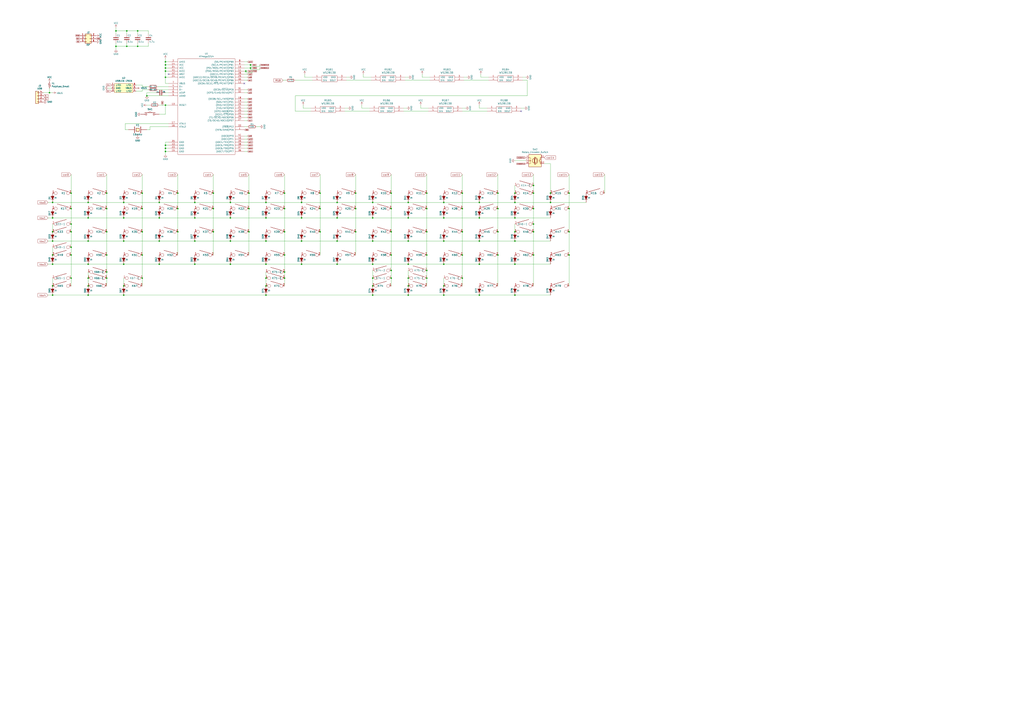
<source format=kicad_sch>
(kicad_sch (version 20200828) (generator eeschema)
  (page 1 1)
  (paper "A1")
  (junction (at 40.64 76.2) (diameter 1.016))
  (junction (at 43.18 166.37) (diameter 1.016))
  (junction (at 43.18 179.07) (diameter 1.016))
  (junction (at 43.18 190.5) (diameter 1.016))
  (junction (at 43.18 198.12) (diameter 1.016))
  (junction (at 43.18 209.55) (diameter 1.016))
  (junction (at 43.18 217.17) (diameter 1.016))
  (junction (at 43.18 234.95) (diameter 1.016))
  (junction (at 43.18 242.57) (diameter 1.016))
  (junction (at 58.42 158.75) (diameter 1.016))
  (junction (at 58.42 171.45) (diameter 1.016))
  (junction (at 58.42 184.15) (diameter 1.016))
  (junction (at 58.42 190.5) (diameter 1.016))
  (junction (at 58.42 203.2) (diameter 1.016))
  (junction (at 58.42 209.55) (diameter 1.016))
  (junction (at 58.42 228.6) (diameter 1.016))
  (junction (at 72.39 166.37) (diameter 1.016))
  (junction (at 72.39 179.07) (diameter 1.016))
  (junction (at 72.39 198.12) (diameter 1.016))
  (junction (at 72.39 217.17) (diameter 1.016))
  (junction (at 72.39 228.6) (diameter 1.016))
  (junction (at 72.39 234.95) (diameter 1.016))
  (junction (at 72.39 242.57) (diameter 1.016))
  (junction (at 87.63 158.75) (diameter 1.016))
  (junction (at 87.63 171.45) (diameter 1.016))
  (junction (at 87.63 190.5) (diameter 1.016))
  (junction (at 87.63 209.55) (diameter 1.016))
  (junction (at 87.63 223.52) (diameter 1.016))
  (junction (at 87.63 228.6) (diameter 1.016))
  (junction (at 95.25 25.4) (diameter 1.016))
  (junction (at 95.25 38.1) (diameter 1.016))
  (junction (at 101.6 166.37) (diameter 1.016))
  (junction (at 101.6 179.07) (diameter 1.016))
  (junction (at 101.6 198.12) (diameter 1.016))
  (junction (at 101.6 217.17) (diameter 1.016))
  (junction (at 101.6 234.95) (diameter 1.016))
  (junction (at 101.6 242.57) (diameter 1.016))
  (junction (at 104.14 25.4) (diameter 1.016))
  (junction (at 104.14 38.1) (diameter 1.016))
  (junction (at 113.03 25.4) (diameter 1.016))
  (junction (at 113.03 38.1) (diameter 1.016))
  (junction (at 116.84 158.75) (diameter 1.016))
  (junction (at 116.84 171.45) (diameter 1.016))
  (junction (at 116.84 190.5) (diameter 1.016))
  (junction (at 116.84 209.55) (diameter 1.016))
  (junction (at 116.84 228.6) (diameter 1.016))
  (junction (at 120.65 78.74) (diameter 1.016))
  (junction (at 130.81 166.37) (diameter 1.016))
  (junction (at 130.81 179.07) (diameter 1.016))
  (junction (at 130.81 198.12) (diameter 1.016))
  (junction (at 130.81 217.17) (diameter 1.016))
  (junction (at 135.89 50.8) (diameter 1.016))
  (junction (at 135.89 53.34) (diameter 1.016))
  (junction (at 135.89 55.88) (diameter 1.016))
  (junction (at 135.89 58.42) (diameter 1.016))
  (junction (at 135.89 63.5) (diameter 1.016))
  (junction (at 135.89 86.36) (diameter 1.016))
  (junction (at 135.89 119.38) (diameter 1.016))
  (junction (at 135.89 121.92) (diameter 1.016))
  (junction (at 135.89 124.46) (diameter 1.016))
  (junction (at 146.05 158.75) (diameter 1.016))
  (junction (at 146.05 171.45) (diameter 1.016))
  (junction (at 146.05 190.5) (diameter 1.016))
  (junction (at 160.02 166.37) (diameter 1.016))
  (junction (at 160.02 179.07) (diameter 1.016))
  (junction (at 160.02 198.12) (diameter 1.016))
  (junction (at 160.02 217.17) (diameter 1.016))
  (junction (at 175.26 158.75) (diameter 1.016))
  (junction (at 175.26 171.45) (diameter 1.016))
  (junction (at 175.26 190.5) (diameter 1.016))
  (junction (at 189.23 166.37) (diameter 1.016))
  (junction (at 189.23 179.07) (diameter 1.016))
  (junction (at 189.23 198.12) (diameter 1.016))
  (junction (at 189.23 217.17) (diameter 1.016))
  (junction (at 201.93 58.42) (diameter 1.016))
  (junction (at 204.47 158.75) (diameter 1.016))
  (junction (at 204.47 171.45) (diameter 1.016))
  (junction (at 204.47 190.5) (diameter 1.016))
  (junction (at 205.74 53.34) (diameter 1.016))
  (junction (at 205.74 55.88) (diameter 1.016))
  (junction (at 218.44 166.37) (diameter 1.016))
  (junction (at 218.44 179.07) (diameter 1.016))
  (junction (at 218.44 198.12) (diameter 1.016))
  (junction (at 218.44 217.17) (diameter 1.016))
  (junction (at 218.44 228.6) (diameter 1.016))
  (junction (at 218.44 234.95) (diameter 1.016))
  (junction (at 218.44 242.57) (diameter 1.016))
  (junction (at 233.68 158.75) (diameter 1.016))
  (junction (at 233.68 171.45) (diameter 1.016))
  (junction (at 233.68 190.5) (diameter 1.016))
  (junction (at 233.68 209.55) (diameter 1.016))
  (junction (at 233.68 223.52) (diameter 1.016))
  (junction (at 233.68 228.6) (diameter 1.016))
  (junction (at 247.65 166.37) (diameter 1.016))
  (junction (at 247.65 179.07) (diameter 1.016))
  (junction (at 247.65 198.12) (diameter 1.016))
  (junction (at 247.65 217.17) (diameter 1.016))
  (junction (at 262.89 158.75) (diameter 1.016))
  (junction (at 262.89 171.45) (diameter 1.016))
  (junction (at 262.89 190.5) (diameter 1.016))
  (junction (at 276.86 166.37) (diameter 1.016))
  (junction (at 276.86 179.07) (diameter 1.016))
  (junction (at 276.86 198.12) (diameter 1.016))
  (junction (at 276.86 217.17) (diameter 1.016))
  (junction (at 292.1 158.75) (diameter 1.016))
  (junction (at 292.1 171.45) (diameter 1.016))
  (junction (at 292.1 190.5) (diameter 1.016))
  (junction (at 306.07 166.37) (diameter 1.016))
  (junction (at 306.07 179.07) (diameter 1.016))
  (junction (at 306.07 198.12) (diameter 1.016))
  (junction (at 306.07 217.17) (diameter 1.016))
  (junction (at 306.07 228.6) (diameter 1.016))
  (junction (at 306.07 234.95) (diameter 1.016))
  (junction (at 306.07 242.57) (diameter 1.016))
  (junction (at 321.31 158.75) (diameter 1.016))
  (junction (at 321.31 171.45) (diameter 1.016))
  (junction (at 321.31 190.5) (diameter 1.016))
  (junction (at 321.31 209.55) (diameter 1.016))
  (junction (at 321.31 222.25) (diameter 1.016))
  (junction (at 321.31 228.6) (diameter 1.016))
  (junction (at 335.28 166.37) (diameter 1.016))
  (junction (at 335.28 179.07) (diameter 1.016))
  (junction (at 335.28 198.12) (diameter 1.016))
  (junction (at 335.28 217.17) (diameter 1.016))
  (junction (at 335.28 228.6) (diameter 1.016))
  (junction (at 335.28 234.95) (diameter 1.016))
  (junction (at 335.28 242.57) (diameter 1.016))
  (junction (at 350.52 158.75) (diameter 1.016))
  (junction (at 350.52 171.45) (diameter 1.016))
  (junction (at 350.52 190.5) (diameter 1.016))
  (junction (at 350.52 209.55) (diameter 1.016))
  (junction (at 350.52 222.25) (diameter 1.016))
  (junction (at 350.52 228.6) (diameter 1.016))
  (junction (at 364.49 166.37) (diameter 1.016))
  (junction (at 364.49 179.07) (diameter 1.016))
  (junction (at 364.49 198.12) (diameter 1.016))
  (junction (at 364.49 217.17) (diameter 1.016))
  (junction (at 364.49 234.95) (diameter 1.016))
  (junction (at 364.49 242.57) (diameter 1.016))
  (junction (at 379.73 158.75) (diameter 1.016))
  (junction (at 379.73 171.45) (diameter 1.016))
  (junction (at 379.73 190.5) (diameter 1.016))
  (junction (at 379.73 209.55) (diameter 1.016))
  (junction (at 379.73 228.6) (diameter 1.016))
  (junction (at 393.7 166.37) (diameter 1.016))
  (junction (at 393.7 179.07) (diameter 1.016))
  (junction (at 393.7 198.12) (diameter 1.016))
  (junction (at 393.7 217.17) (diameter 1.016))
  (junction (at 393.7 242.57) (diameter 1.016))
  (junction (at 408.94 158.75) (diameter 1.016))
  (junction (at 408.94 171.45) (diameter 1.016))
  (junction (at 408.94 190.5) (diameter 1.016))
  (junction (at 408.94 209.55) (diameter 1.016))
  (junction (at 422.91 158.75) (diameter 1.016))
  (junction (at 422.91 166.37) (diameter 1.016))
  (junction (at 422.91 179.07) (diameter 1.016))
  (junction (at 422.91 190.5) (diameter 1.016))
  (junction (at 422.91 198.12) (diameter 1.016))
  (junction (at 422.91 217.17) (diameter 1.016))
  (junction (at 422.91 242.57) (diameter 1.016))
  (junction (at 438.15 152.4) (diameter 1.016))
  (junction (at 438.15 158.75) (diameter 1.016))
  (junction (at 438.15 171.45) (diameter 1.016))
  (junction (at 438.15 184.15) (diameter 1.016))
  (junction (at 438.15 190.5) (diameter 1.016))
  (junction (at 438.15 209.55) (diameter 1.016))
  (junction (at 452.12 158.75) (diameter 1.016))
  (junction (at 452.12 166.37) (diameter 1.016))
  (junction (at 467.36 158.75) (diameter 1.016))
  (junction (at 467.36 171.45) (diameter 1.016))
  (junction (at 467.36 190.5) (diameter 1.016))
  (junction (at 467.36 209.55) (diameter 1.016))
  (no_connect (at 200.66 68.58))
  (no_connect (at 427.99 91.44))
  (no_connect (at 138.43 60.96))
  (wire (pts (xy 35.56 76.2) (xy 40.64 76.2)))
  (wire (pts (xy 39.37 166.37) (xy 43.18 166.37)))
  (wire (pts (xy 39.37 179.07) (xy 43.18 179.07)))
  (wire (pts (xy 39.37 198.12) (xy 43.18 198.12)))
  (wire (pts (xy 39.37 217.17) (xy 43.18 217.17)))
  (wire (pts (xy 39.37 242.57) (xy 43.18 242.57)))
  (wire (pts (xy 40.64 72.39) (xy 40.64 76.2)))
  (wire (pts (xy 40.64 76.2) (xy 43.18 76.2)))
  (wire (pts (xy 43.18 166.37) (xy 72.39 166.37)))
  (wire (pts (xy 43.18 179.07) (xy 72.39 179.07)))
  (wire (pts (xy 43.18 184.15) (xy 43.18 190.5)))
  (wire (pts (xy 43.18 198.12) (xy 72.39 198.12)))
  (wire (pts (xy 43.18 203.2) (xy 43.18 209.55)))
  (wire (pts (xy 43.18 217.17) (xy 72.39 217.17)))
  (wire (pts (xy 43.18 228.6) (xy 43.18 234.95)))
  (wire (pts (xy 43.18 242.57) (xy 72.39 242.57)))
  (wire (pts (xy 58.42 143.51) (xy 58.42 158.75)))
  (wire (pts (xy 58.42 171.45) (xy 58.42 158.75)))
  (wire (pts (xy 58.42 184.15) (xy 58.42 171.45)))
  (wire (pts (xy 58.42 184.15) (xy 58.42 190.5)))
  (wire (pts (xy 58.42 203.2) (xy 58.42 190.5)))
  (wire (pts (xy 58.42 203.2) (xy 58.42 209.55)))
  (wire (pts (xy 58.42 209.55) (xy 58.42 228.6)))
  (wire (pts (xy 58.42 228.6) (xy 58.42 234.95)))
  (wire (pts (xy 72.39 166.37) (xy 101.6 166.37)))
  (wire (pts (xy 72.39 179.07) (xy 101.6 179.07)))
  (wire (pts (xy 72.39 198.12) (xy 101.6 198.12)))
  (wire (pts (xy 72.39 217.17) (xy 101.6 217.17)))
  (wire (pts (xy 72.39 223.52) (xy 72.39 228.6)))
  (wire (pts (xy 72.39 228.6) (xy 72.39 234.95)))
  (wire (pts (xy 72.39 242.57) (xy 101.6 242.57)))
  (wire (pts (xy 87.63 143.51) (xy 87.63 158.75)))
  (wire (pts (xy 87.63 171.45) (xy 87.63 158.75)))
  (wire (pts (xy 87.63 190.5) (xy 87.63 171.45)))
  (wire (pts (xy 87.63 209.55) (xy 87.63 190.5)))
  (wire (pts (xy 87.63 209.55) (xy 87.63 223.52)))
  (wire (pts (xy 87.63 223.52) (xy 87.63 228.6)))
  (wire (pts (xy 87.63 228.6) (xy 87.63 234.95)))
  (wire (pts (xy 88.9 72.39) (xy 91.44 72.39)))
  (wire (pts (xy 95.25 22.86) (xy 95.25 25.4)))
  (wire (pts (xy 95.25 25.4) (xy 95.25 27.94)))
  (wire (pts (xy 95.25 25.4) (xy 104.14 25.4)))
  (wire (pts (xy 95.25 35.56) (xy 95.25 38.1)))
  (wire (pts (xy 95.25 38.1) (xy 95.25 40.64)))
  (wire (pts (xy 95.25 38.1) (xy 104.14 38.1)))
  (wire (pts (xy 101.6 166.37) (xy 130.81 166.37)))
  (wire (pts (xy 101.6 179.07) (xy 130.81 179.07)))
  (wire (pts (xy 101.6 198.12) (xy 130.81 198.12)))
  (wire (pts (xy 101.6 217.17) (xy 130.81 217.17)))
  (wire (pts (xy 101.6 228.6) (xy 101.6 234.95)))
  (wire (pts (xy 101.6 242.57) (xy 218.44 242.57)))
  (wire (pts (xy 102.87 101.6) (xy 102.87 106.68)))
  (wire (pts (xy 102.87 101.6) (xy 138.43 101.6)))
  (wire (pts (xy 104.14 25.4) (xy 104.14 27.94)))
  (wire (pts (xy 104.14 25.4) (xy 113.03 25.4)))
  (wire (pts (xy 104.14 35.56) (xy 104.14 38.1)))
  (wire (pts (xy 104.14 38.1) (xy 113.03 38.1)))
  (wire (pts (xy 105.41 106.68) (xy 102.87 106.68)))
  (wire (pts (xy 111.76 69.85) (xy 116.84 69.85)))
  (wire (pts (xy 111.76 74.93) (xy 116.84 74.93)))
  (wire (pts (xy 113.03 25.4) (xy 113.03 27.94)))
  (wire (pts (xy 113.03 25.4) (xy 121.92 25.4)))
  (wire (pts (xy 113.03 38.1) (xy 113.03 35.56)))
  (wire (pts (xy 113.03 38.1) (xy 121.92 38.1)))
  (wire (pts (xy 116.84 69.85) (xy 116.84 71.12)))
  (wire (pts (xy 116.84 71.12) (xy 121.92 71.12)))
  (wire (pts (xy 116.84 73.66) (xy 121.92 73.66)))
  (wire (pts (xy 116.84 74.93) (xy 116.84 73.66)))
  (wire (pts (xy 116.84 143.51) (xy 116.84 158.75)))
  (wire (pts (xy 116.84 171.45) (xy 116.84 158.75)))
  (wire (pts (xy 116.84 190.5) (xy 116.84 171.45)))
  (wire (pts (xy 116.84 209.55) (xy 116.84 190.5)))
  (wire (pts (xy 116.84 209.55) (xy 116.84 228.6)))
  (wire (pts (xy 116.84 228.6) (xy 116.84 234.95)))
  (wire (pts (xy 120.65 76.2) (xy 120.65 78.74)))
  (wire (pts (xy 120.65 78.74) (xy 138.43 78.74)))
  (wire (pts (xy 120.65 86.36) (xy 123.19 86.36)))
  (wire (pts (xy 120.65 106.68) (xy 123.19 106.68)))
  (wire (pts (xy 121.92 25.4) (xy 121.92 27.94)))
  (wire (pts (xy 121.92 38.1) (xy 121.92 35.56)))
  (wire (pts (xy 123.19 104.14) (xy 123.19 106.68)))
  (wire (pts (xy 128.27 76.2) (xy 120.65 76.2)))
  (wire (pts (xy 129.54 71.12) (xy 138.43 71.12)))
  (wire (pts (xy 130.81 86.36) (xy 135.89 86.36)))
  (wire (pts (xy 130.81 166.37) (xy 160.02 166.37)))
  (wire (pts (xy 130.81 179.07) (xy 160.02 179.07)))
  (wire (pts (xy 130.81 198.12) (xy 160.02 198.12)))
  (wire (pts (xy 130.81 217.17) (xy 160.02 217.17)))
  (wire (pts (xy 135.89 48.26) (xy 135.89 50.8)))
  (wire (pts (xy 135.89 50.8) (xy 135.89 53.34)))
  (wire (pts (xy 135.89 53.34) (xy 135.89 55.88)))
  (wire (pts (xy 135.89 53.34) (xy 138.43 53.34)))
  (wire (pts (xy 135.89 55.88) (xy 135.89 58.42)))
  (wire (pts (xy 135.89 58.42) (xy 135.89 63.5)))
  (wire (pts (xy 135.89 58.42) (xy 138.43 58.42)))
  (wire (pts (xy 135.89 63.5) (xy 135.89 68.58)))
  (wire (pts (xy 135.89 63.5) (xy 138.43 63.5)))
  (wire (pts (xy 135.89 68.58) (xy 138.43 68.58)))
  (wire (pts (xy 135.89 76.2) (xy 138.43 76.2)))
  (wire (pts (xy 135.89 86.36) (xy 135.89 93.98)))
  (wire (pts (xy 135.89 86.36) (xy 138.43 86.36)))
  (wire (pts (xy 135.89 93.98) (xy 130.81 93.98)))
  (wire (pts (xy 135.89 116.84) (xy 135.89 119.38)))
  (wire (pts (xy 135.89 119.38) (xy 135.89 121.92)))
  (wire (pts (xy 135.89 121.92) (xy 135.89 124.46)))
  (wire (pts (xy 135.89 121.92) (xy 138.43 121.92)))
  (wire (pts (xy 135.89 124.46) (xy 135.89 127)))
  (wire (pts (xy 138.43 50.8) (xy 135.89 50.8)))
  (wire (pts (xy 138.43 55.88) (xy 135.89 55.88)))
  (wire (pts (xy 138.43 73.66) (xy 129.54 73.66)))
  (wire (pts (xy 138.43 104.14) (xy 123.19 104.14)))
  (wire (pts (xy 138.43 116.84) (xy 135.89 116.84)))
  (wire (pts (xy 138.43 119.38) (xy 135.89 119.38)))
  (wire (pts (xy 138.43 124.46) (xy 135.89 124.46)))
  (wire (pts (xy 146.05 158.75) (xy 146.05 143.51)))
  (wire (pts (xy 146.05 171.45) (xy 146.05 158.75)))
  (wire (pts (xy 146.05 190.5) (xy 146.05 171.45)))
  (wire (pts (xy 146.05 209.55) (xy 146.05 190.5)))
  (wire (pts (xy 160.02 166.37) (xy 189.23 166.37)))
  (wire (pts (xy 160.02 179.07) (xy 189.23 179.07)))
  (wire (pts (xy 160.02 198.12) (xy 189.23 198.12)))
  (wire (pts (xy 160.02 217.17) (xy 189.23 217.17)))
  (wire (pts (xy 175.26 158.75) (xy 175.26 143.51)))
  (wire (pts (xy 175.26 171.45) (xy 175.26 158.75)))
  (wire (pts (xy 175.26 190.5) (xy 175.26 171.45)))
  (wire (pts (xy 175.26 209.55) (xy 175.26 190.5)))
  (wire (pts (xy 189.23 166.37) (xy 218.44 166.37)))
  (wire (pts (xy 189.23 179.07) (xy 218.44 179.07)))
  (wire (pts (xy 189.23 198.12) (xy 218.44 198.12)))
  (wire (pts (xy 189.23 217.17) (xy 218.44 217.17)))
  (wire (pts (xy 200.66 50.8) (xy 203.2 50.8)))
  (wire (pts (xy 200.66 53.34) (xy 205.74 53.34)))
  (wire (pts (xy 200.66 58.42) (xy 201.93 58.42)))
  (wire (pts (xy 200.66 60.96) (xy 203.2 60.96)))
  (wire (pts (xy 200.66 63.5) (xy 203.2 63.5)))
  (wire (pts (xy 200.66 66.04) (xy 203.2 66.04)))
  (wire (pts (xy 200.66 83.82) (xy 203.2 83.82)))
  (wire (pts (xy 200.66 88.9) (xy 203.2 88.9)))
  (wire (pts (xy 200.66 91.44) (xy 203.2 91.44)))
  (wire (pts (xy 200.66 93.98) (xy 203.2 93.98)))
  (wire (pts (xy 200.66 99.06) (xy 203.2 99.06)))
  (wire (pts (xy 200.66 104.14) (xy 203.2 104.14)))
  (wire (pts (xy 200.66 111.76) (xy 203.2 111.76)))
  (wire (pts (xy 200.66 116.84) (xy 203.2 116.84)))
  (wire (pts (xy 200.66 121.92) (xy 203.2 121.92)))
  (wire (pts (xy 201.93 58.42) (xy 203.2 58.42)))
  (wire (pts (xy 201.93 59.69) (xy 201.93 58.42)))
  (wire (pts (xy 203.2 73.66) (xy 200.66 73.66)))
  (wire (pts (xy 203.2 76.2) (xy 200.66 76.2)))
  (wire (pts (xy 203.2 81.28) (xy 200.66 81.28)))
  (wire (pts (xy 203.2 86.36) (xy 200.66 86.36)))
  (wire (pts (xy 203.2 96.52) (xy 200.66 96.52)))
  (wire (pts (xy 203.2 114.3) (xy 200.66 114.3)))
  (wire (pts (xy 203.2 119.38) (xy 200.66 119.38)))
  (wire (pts (xy 203.2 124.46) (xy 200.66 124.46)))
  (wire (pts (xy 204.47 158.75) (xy 204.47 143.51)))
  (wire (pts (xy 204.47 171.45) (xy 204.47 158.75)))
  (wire (pts (xy 204.47 190.5) (xy 204.47 171.45)))
  (wire (pts (xy 204.47 209.55) (xy 204.47 190.5)))
  (wire (pts (xy 205.74 53.34) (xy 207.01 53.34)))
  (wire (pts (xy 205.74 54.61) (xy 205.74 53.34)))
  (wire (pts (xy 205.74 55.88) (xy 200.66 55.88)))
  (wire (pts (xy 205.74 57.15) (xy 205.74 55.88)))
  (wire (pts (xy 207.01 55.88) (xy 205.74 55.88)))
  (wire (pts (xy 207.01 58.42) (xy 207.01 59.69)))
  (wire (pts (xy 207.01 59.69) (xy 201.93 59.69)))
  (wire (pts (xy 210.82 104.14) (xy 213.36 104.14)))
  (wire (pts (xy 213.36 53.34) (xy 213.36 54.61)))
  (wire (pts (xy 213.36 54.61) (xy 205.74 54.61)))
  (wire (pts (xy 213.36 55.88) (xy 213.36 57.15)))
  (wire (pts (xy 213.36 57.15) (xy 205.74 57.15)))
  (wire (pts (xy 218.44 166.37) (xy 247.65 166.37)))
  (wire (pts (xy 218.44 179.07) (xy 247.65 179.07)))
  (wire (pts (xy 218.44 198.12) (xy 247.65 198.12)))
  (wire (pts (xy 218.44 217.17) (xy 247.65 217.17)))
  (wire (pts (xy 218.44 223.52) (xy 218.44 228.6)))
  (wire (pts (xy 218.44 228.6) (xy 218.44 234.95)))
  (wire (pts (xy 218.44 242.57) (xy 306.07 242.57)))
  (wire (pts (xy 232.41 66.04) (xy 234.95 66.04)))
  (wire (pts (xy 233.68 158.75) (xy 233.68 143.51)))
  (wire (pts (xy 233.68 171.45) (xy 233.68 158.75)))
  (wire (pts (xy 233.68 190.5) (xy 233.68 171.45)))
  (wire (pts (xy 233.68 209.55) (xy 233.68 190.5)))
  (wire (pts (xy 233.68 209.55) (xy 233.68 223.52)))
  (wire (pts (xy 233.68 223.52) (xy 233.68 228.6)))
  (wire (pts (xy 233.68 228.6) (xy 233.68 234.95)))
  (wire (pts (xy 242.57 66.04) (xy 256.54 66.04)))
  (wire (pts (xy 242.57 78.74) (xy 433.07 78.74)))
  (wire (pts (xy 242.57 91.44) (xy 242.57 78.74)))
  (wire (pts (xy 242.57 91.44) (xy 255.27 91.44)))
  (wire (pts (xy 247.65 166.37) (xy 276.86 166.37)))
  (wire (pts (xy 247.65 179.07) (xy 276.86 179.07)))
  (wire (pts (xy 247.65 198.12) (xy 276.86 198.12)))
  (wire (pts (xy 247.65 217.17) (xy 276.86 217.17)))
  (wire (pts (xy 248.92 86.36) (xy 248.92 88.9)))
  (wire (pts (xy 248.92 88.9) (xy 255.27 88.9)))
  (wire (pts (xy 250.19 60.96) (xy 250.19 63.5)))
  (wire (pts (xy 250.19 63.5) (xy 256.54 63.5)))
  (wire (pts (xy 262.89 158.75) (xy 262.89 143.51)))
  (wire (pts (xy 262.89 171.45) (xy 262.89 158.75)))
  (wire (pts (xy 262.89 190.5) (xy 262.89 171.45)))
  (wire (pts (xy 262.89 209.55) (xy 262.89 190.5)))
  (wire (pts (xy 276.86 166.37) (xy 306.07 166.37)))
  (wire (pts (xy 276.86 179.07) (xy 306.07 179.07)))
  (wire (pts (xy 276.86 198.12) (xy 306.07 198.12)))
  (wire (pts (xy 276.86 217.17) (xy 306.07 217.17)))
  (wire (pts (xy 283.21 88.9) (xy 285.75 88.9)))
  (wire (pts (xy 283.21 91.44) (xy 303.53 91.44)))
  (wire (pts (xy 284.48 63.5) (xy 287.02 63.5)))
  (wire (pts (xy 284.48 66.04) (xy 304.8 66.04)))
  (wire (pts (xy 292.1 158.75) (xy 292.1 143.51)))
  (wire (pts (xy 292.1 171.45) (xy 292.1 158.75)))
  (wire (pts (xy 292.1 190.5) (xy 292.1 171.45)))
  (wire (pts (xy 292.1 209.55) (xy 292.1 190.5)))
  (wire (pts (xy 297.18 86.36) (xy 297.18 88.9)))
  (wire (pts (xy 297.18 88.9) (xy 303.53 88.9)))
  (wire (pts (xy 298.45 60.96) (xy 298.45 63.5)))
  (wire (pts (xy 298.45 63.5) (xy 304.8 63.5)))
  (wire (pts (xy 306.07 166.37) (xy 335.28 166.37)))
  (wire (pts (xy 306.07 179.07) (xy 335.28 179.07)))
  (wire (pts (xy 306.07 198.12) (xy 335.28 198.12)))
  (wire (pts (xy 306.07 217.17) (xy 335.28 217.17)))
  (wire (pts (xy 306.07 222.25) (xy 306.07 228.6)))
  (wire (pts (xy 306.07 228.6) (xy 306.07 234.95)))
  (wire (pts (xy 306.07 242.57) (xy 335.28 242.57)))
  (wire (pts (xy 321.31 158.75) (xy 321.31 143.51)))
  (wire (pts (xy 321.31 171.45) (xy 321.31 158.75)))
  (wire (pts (xy 321.31 190.5) (xy 321.31 171.45)))
  (wire (pts (xy 321.31 209.55) (xy 321.31 190.5)))
  (wire (pts (xy 321.31 209.55) (xy 321.31 222.25)))
  (wire (pts (xy 321.31 222.25) (xy 321.31 228.6)))
  (wire (pts (xy 321.31 228.6) (xy 321.31 234.95)))
  (wire (pts (xy 331.47 88.9) (xy 334.01 88.9)))
  (wire (pts (xy 331.47 91.44) (xy 351.79 91.44)))
  (wire (pts (xy 332.74 63.5) (xy 335.28 63.5)))
  (wire (pts (xy 332.74 66.04) (xy 353.06 66.04)))
  (wire (pts (xy 335.28 166.37) (xy 364.49 166.37)))
  (wire (pts (xy 335.28 179.07) (xy 364.49 179.07)))
  (wire (pts (xy 335.28 198.12) (xy 364.49 198.12)))
  (wire (pts (xy 335.28 217.17) (xy 364.49 217.17)))
  (wire (pts (xy 335.28 222.25) (xy 335.28 228.6)))
  (wire (pts (xy 335.28 228.6) (xy 335.28 234.95)))
  (wire (pts (xy 335.28 242.57) (xy 364.49 242.57)))
  (wire (pts (xy 345.44 86.36) (xy 345.44 88.9)))
  (wire (pts (xy 345.44 88.9) (xy 351.79 88.9)))
  (wire (pts (xy 346.71 60.96) (xy 346.71 63.5)))
  (wire (pts (xy 346.71 63.5) (xy 353.06 63.5)))
  (wire (pts (xy 350.52 158.75) (xy 350.52 143.51)))
  (wire (pts (xy 350.52 171.45) (xy 350.52 158.75)))
  (wire (pts (xy 350.52 190.5) (xy 350.52 171.45)))
  (wire (pts (xy 350.52 209.55) (xy 350.52 190.5)))
  (wire (pts (xy 350.52 209.55) (xy 350.52 222.25)))
  (wire (pts (xy 350.52 222.25) (xy 350.52 228.6)))
  (wire (pts (xy 350.52 228.6) (xy 350.52 234.95)))
  (wire (pts (xy 364.49 166.37) (xy 393.7 166.37)))
  (wire (pts (xy 364.49 179.07) (xy 393.7 179.07)))
  (wire (pts (xy 364.49 198.12) (xy 393.7 198.12)))
  (wire (pts (xy 364.49 217.17) (xy 393.7 217.17)))
  (wire (pts (xy 364.49 228.6) (xy 364.49 234.95)))
  (wire (pts (xy 364.49 242.57) (xy 393.7 242.57)))
  (wire (pts (xy 379.73 88.9) (xy 382.27 88.9)))
  (wire (pts (xy 379.73 91.44) (xy 400.05 91.44)))
  (wire (pts (xy 379.73 158.75) (xy 379.73 143.51)))
  (wire (pts (xy 379.73 171.45) (xy 379.73 158.75)))
  (wire (pts (xy 379.73 190.5) (xy 379.73 171.45)))
  (wire (pts (xy 379.73 209.55) (xy 379.73 190.5)))
  (wire (pts (xy 379.73 209.55) (xy 379.73 228.6)))
  (wire (pts (xy 379.73 228.6) (xy 379.73 234.95)))
  (wire (pts (xy 381 63.5) (xy 383.54 63.5)))
  (wire (pts (xy 381 66.04) (xy 401.32 66.04)))
  (wire (pts (xy 393.7 86.36) (xy 393.7 88.9)))
  (wire (pts (xy 393.7 88.9) (xy 400.05 88.9)))
  (wire (pts (xy 393.7 166.37) (xy 422.91 166.37)))
  (wire (pts (xy 393.7 179.07) (xy 422.91 179.07)))
  (wire (pts (xy 393.7 198.12) (xy 422.91 198.12)))
  (wire (pts (xy 393.7 217.17) (xy 422.91 217.17)))
  (wire (pts (xy 393.7 242.57) (xy 422.91 242.57)))
  (wire (pts (xy 394.97 60.96) (xy 394.97 63.5)))
  (wire (pts (xy 394.97 63.5) (xy 401.32 63.5)))
  (wire (pts (xy 408.94 158.75) (xy 408.94 143.51)))
  (wire (pts (xy 408.94 171.45) (xy 408.94 158.75)))
  (wire (pts (xy 408.94 190.5) (xy 408.94 171.45)))
  (wire (pts (xy 408.94 209.55) (xy 408.94 190.5)))
  (wire (pts (xy 408.94 209.55) (xy 408.94 234.95)))
  (wire (pts (xy 422.91 132.08) (xy 431.8 132.08)))
  (wire (pts (xy 422.91 152.4) (xy 422.91 158.75)))
  (wire (pts (xy 422.91 166.37) (xy 452.12 166.37)))
  (wire (pts (xy 422.91 179.07) (xy 452.12 179.07)))
  (wire (pts (xy 422.91 184.15) (xy 422.91 190.5)))
  (wire (pts (xy 422.91 198.12) (xy 452.12 198.12)))
  (wire (pts (xy 422.91 217.17) (xy 452.12 217.17)))
  (wire (pts (xy 422.91 242.57) (xy 452.12 242.57)))
  (wire (pts (xy 427.99 88.9) (xy 430.53 88.9)))
  (wire (pts (xy 429.26 63.5) (xy 431.8 63.5)))
  (wire (pts (xy 433.07 66.04) (xy 429.26 66.04)))
  (wire (pts (xy 433.07 78.74) (xy 433.07 66.04)))
  (wire (pts (xy 438.15 152.4) (xy 438.15 143.51)))
  (wire (pts (xy 438.15 152.4) (xy 438.15 158.75)))
  (wire (pts (xy 438.15 171.45) (xy 438.15 158.75)))
  (wire (pts (xy 438.15 184.15) (xy 438.15 171.45)))
  (wire (pts (xy 438.15 184.15) (xy 438.15 190.5)))
  (wire (pts (xy 438.15 209.55) (xy 438.15 190.5)))
  (wire (pts (xy 438.15 209.55) (xy 438.15 234.95)))
  (wire (pts (xy 447.04 134.62) (xy 452.12 134.62)))
  (wire (pts (xy 452.12 134.62) (xy 452.12 158.75)))
  (wire (pts (xy 452.12 166.37) (xy 481.33 166.37)))
  (wire (pts (xy 467.36 158.75) (xy 467.36 143.51)))
  (wire (pts (xy 467.36 171.45) (xy 467.36 158.75)))
  (wire (pts (xy 467.36 190.5) (xy 467.36 171.45)))
  (wire (pts (xy 467.36 209.55) (xy 467.36 190.5)))
  (wire (pts (xy 467.36 209.55) (xy 467.36 234.95)))
  (wire (pts (xy 496.57 158.75) (xy 496.57 143.51)))
  (global_label "D-" (shape input) (at 35.56 78.74 0) (effects (font (size 0.9906 0.9906))))
  (global_label "D+" (shape input) (at 35.56 81.28 0) (effects (font (size 0.9906 0.9906))))
  (global_label "row0" (shape input) (at 39.37 166.37 180) (effects (font (size 1.524 1.524))))
  (global_label "row1" (shape input) (at 39.37 179.07 180) (effects (font (size 1.524 1.524))))
  (global_label "row2" (shape input) (at 39.37 198.12 180) (effects (font (size 1.524 1.524))))
  (global_label "row3" (shape input) (at 39.37 217.17 180) (effects (font (size 1.524 1.524))))
  (global_label "row4" (shape input) (at 39.37 242.57 180) (effects (font (size 1.524 1.524))))
  (global_label "col0" (shape input) (at 58.42 143.51 180) (effects (font (size 1.524 1.524))))
  (global_label "MISO" (shape input) (at 66.04 29.21 180) (effects (font (size 0.7112 0.7112))))
  (global_label "SCK" (shape input) (at 66.04 31.75 180) (effects (font (size 0.7112 0.7112))))
  (global_label "RST" (shape input) (at 66.04 34.29 180) (effects (font (size 0.7112 0.7112))))
  (global_label "MOSI" (shape input) (at 78.74 31.75 0) (effects (font (size 0.7112 0.7112))))
  (global_label "col1" (shape input) (at 87.63 143.51 180) (effects (font (size 1.524 1.524))))
  (global_label "D+" (shape input) (at 91.44 69.85 180) (effects (font (size 0.9906 0.9906))))
  (global_label "D-" (shape input) (at 91.44 74.93 180) (effects (font (size 0.9906 0.9906))))
  (global_label "col2" (shape input) (at 116.84 143.51 180) (effects (font (size 1.524 1.524))))
  (global_label "RST" (shape input) (at 133.35 86.36 90) (effects (font (size 0.7112 0.7112))))
  (global_label "col3" (shape input) (at 146.05 143.51 180) (effects (font (size 1.524 1.524))))
  (global_label "col4" (shape input) (at 175.26 143.51 180) (effects (font (size 1.524 1.524))))
  (global_label "RGB" (shape input) (at 200.66 106.68 0) (effects (font (size 0.7112 0.7112))))
  (global_label "col15" (shape input) (at 203.2 50.8 0) (effects (font (size 0.7112 0.7112))))
  (global_label "row4" (shape input) (at 203.2 58.42 0) (effects (font (size 0.7112 0.7112))))
  (global_label "row0" (shape input) (at 203.2 60.96 0) (effects (font (size 0.7112 0.7112))))
  (global_label "col8" (shape input) (at 203.2 63.5 0) (effects (font (size 0.7112 0.7112))))
  (global_label "col7" (shape input) (at 203.2 66.04 0) (effects (font (size 0.7112 0.7112))))
  (global_label "col6" (shape input) (at 203.2 73.66 0) (effects (font (size 0.7112 0.7112))))
  (global_label "col5" (shape input) (at 203.2 76.2 0) (effects (font (size 0.7112 0.7112))))
  (global_label "col2" (shape input) (at 203.2 81.28 0) (effects (font (size 0.7112 0.7112))))
  (global_label "col1" (shape input) (at 203.2 83.82 0) (effects (font (size 0.7112 0.7112))))
  (global_label "col0" (shape input) (at 203.2 86.36 0) (effects (font (size 0.7112 0.7112))))
  (global_label "col3" (shape input) (at 203.2 88.9 0) (effects (font (size 0.7112 0.7112))))
  (global_label "row3" (shape input) (at 203.2 91.44 0) (effects (font (size 0.7112 0.7112))))
  (global_label "col4" (shape input) (at 203.2 93.98 0) (effects (font (size 0.7112 0.7112))))
  (global_label "row2" (shape input) (at 203.2 96.52 0) (effects (font (size 0.7112 0.7112))))
  (global_label "row1" (shape input) (at 203.2 99.06 0) (effects (font (size 0.7112 0.7112))))
  (global_label "col9" (shape input) (at 203.2 111.76 0) (effects (font (size 0.7112 0.7112))))
  (global_label "col10" (shape input) (at 203.2 114.3 0) (effects (font (size 0.7112 0.7112))))
  (global_label "col11" (shape input) (at 203.2 116.84 0) (effects (font (size 0.7112 0.7112))))
  (global_label "col12" (shape input) (at 203.2 119.38 0) (effects (font (size 0.7112 0.7112))))
  (global_label "col13" (shape input) (at 203.2 121.92 0) (effects (font (size 0.7112 0.7112))))
  (global_label "col14" (shape input) (at 203.2 124.46 0) (effects (font (size 0.7112 0.7112))))
  (global_label "col5" (shape input) (at 204.47 143.51 180) (effects (font (size 1.524 1.524))))
  (global_label "SCK" (shape input) (at 207.01 53.34 0) (effects (font (size 0.7112 0.7112))))
  (global_label "MOSI" (shape input) (at 207.01 55.88 0) (effects (font (size 0.7112 0.7112))))
  (global_label "MISO" (shape input) (at 207.01 58.42 0) (effects (font (size 0.7112 0.7112))))
  (global_label "ENCODER_B" (shape input) (at 213.36 53.34 0) (effects (font (size 0.7112 0.7112))))
  (global_label "ENCODER_A" (shape input) (at 213.36 55.88 0) (effects (font (size 0.7112 0.7112))))
  (global_label "RGB" (shape input) (at 232.41 66.04 180) (effects (font (size 1.524 1.524))))
  (global_label "col6" (shape input) (at 233.68 143.51 180) (effects (font (size 1.524 1.524))))
  (global_label "col7" (shape input) (at 262.89 143.51 180) (effects (font (size 1.524 1.524))))
  (global_label "col8" (shape input) (at 292.1 143.51 180) (effects (font (size 1.524 1.524))))
  (global_label "col9" (shape input) (at 321.31 143.51 180) (effects (font (size 1.524 1.524))))
  (global_label "col10" (shape input) (at 350.52 143.51 180) (effects (font (size 1.524 1.524))))
  (global_label "col11" (shape input) (at 379.73 143.51 180) (effects (font (size 1.524 1.524))))
  (global_label "col12" (shape input) (at 408.94 143.51 180) (effects (font (size 1.524 1.524))))
  (global_label "ENCODER_A" (shape input) (at 431.8 129.54 180) (effects (font (size 0.7112 0.7112))))
  (global_label "ENCODER_B" (shape input) (at 431.8 134.62 180) (effects (font (size 0.7112 0.7112))))
  (global_label "col13" (shape input) (at 438.15 143.51 180) (effects (font (size 1.524 1.524))))
  (global_label "col14" (shape input) (at 447.04 129.54 0) (effects (font (size 1.524 1.524))))
  (global_label "col14" (shape input) (at 467.36 143.51 180) (effects (font (size 1.524 1.524))))
  (global_label "col15" (shape input) (at 496.57 143.51 180) (effects (font (size 1.524 1.524))))
  (symbol (lib_id "Power:VCC") (at 40.64 67.31 0) (unit 1)
    (property "Reference" "#PWR0134" (effects hide))
    (property "Value" "VCC" (at 40.64 63.5 0))
  )
  (symbol (lib_id "Power:VBUS") (at 43.18 76.2 270) (unit 1)
    (property "Reference" "#PWR0124" (effects hide))
    (property "Value" "VBUS" (at 46.4312 76.581 90) (effects (justify left)))
  )
  (symbol (lib_id "Power:VCC") (at 78.74 29.21 270) (unit 1)
    (property "Reference" "#PWR019" (effects hide))
    (property "Value" "VCC" (at 82.55 29.21 0))
  )
  (symbol (lib_id "Power:VCC") (at 95.25 22.86 0) (unit 1)
    (property "Reference" "#PWR02" (effects hide))
    (property "Value" "VCC" (at 95.25 19.05 0))
  )
  (symbol (lib_id "Power:VBUS") (at 111.76 72.39 270) (unit 1)
    (property "Reference" "#PWR0104" (effects hide))
    (property "Value" "VBUS" (at 115.57 72.39 90) (effects (justify left)))
  )
  (symbol (lib_id "Power:VCC") (at 120.65 86.36 90) (unit 1)
    (property "Reference" "#PWR04" (effects hide))
    (property "Value" "VCC" (at 116.84 86.36 0))
  )
  (symbol (lib_id "Power:VCC") (at 135.89 48.26 0) (unit 1)
    (property "Reference" "#PWR013" (effects hide))
    (property "Value" "VCC" (at 135.89 44.45 0))
  )
  (symbol (lib_id "Power:VCC") (at 248.92 86.36 0) (unit 1)
    (property "Reference" "#PWR032" (effects hide))
    (property "Value" "VCC" (at 248.92 82.55 0))
  )
  (symbol (lib_id "Power:VCC") (at 250.19 60.96 0) (unit 1)
    (property "Reference" "#PWR024" (effects hide))
    (property "Value" "VCC" (at 250.19 57.15 0))
  )
  (symbol (lib_id "Power:VCC") (at 297.18 86.36 0) (unit 1)
    (property "Reference" "#PWR040" (effects hide))
    (property "Value" "VCC" (at 297.18 82.55 0))
  )
  (symbol (lib_id "Power:VCC") (at 298.45 60.96 0) (unit 1)
    (property "Reference" "#PWR026" (effects hide))
    (property "Value" "VCC" (at 298.45 57.15 0))
  )
  (symbol (lib_id "Power:VCC") (at 345.44 86.36 0) (unit 1)
    (property "Reference" "#PWR042" (effects hide))
    (property "Value" "VCC" (at 345.44 82.55 0))
  )
  (symbol (lib_id "Power:VCC") (at 346.71 60.96 0) (unit 1)
    (property "Reference" "#PWR028" (effects hide))
    (property "Value" "VCC" (at 346.71 57.15 0))
  )
  (symbol (lib_id "Power:VCC") (at 393.7 86.36 0) (unit 1)
    (property "Reference" "#PWR022" (effects hide))
    (property "Value" "VCC" (at 393.7 82.55 0))
  )
  (symbol (lib_id "Power:VCC") (at 394.97 60.96 0) (unit 1)
    (property "Reference" "#PWR030" (effects hide))
    (property "Value" "VCC" (at 394.97 57.15 0))
  )
  (symbol (lib_id "Power:GND") (at 35.56 83.82 90) (unit 1)
    (property "Reference" "#PWR0131" (effects hide))
    (property "Value" "GND" (at 38.8112 83.693 90) (effects (justify right)))
  )
  (symbol (lib_id "Power:GND") (at 78.74 34.29 90) (unit 1)
    (property "Reference" "#PWR018" (effects hide))
    (property "Value" "GND" (at 82.55 34.29 0))
  )
  (symbol (lib_id "Power:GND") (at 88.9 72.39 270) (mirror x) (unit 1)
    (property "Reference" "#PWR0103" (effects hide))
    (property "Value" "GND" (at 85.09 72.39 0))
  )
  (symbol (lib_id "Power:GND") (at 95.25 40.64 0) (unit 1)
    (property "Reference" "#PWR03" (effects hide))
    (property "Value" "GND" (at 95.25 44.45 0))
  )
  (symbol (lib_id "Power:GND") (at 113.03 111.76 0) (unit 1)
    (property "Reference" "#PWR01" (effects hide))
    (property "Value" "GND" (at 113.03 115.57 0))
  )
  (symbol (lib_id "Power:GND") (at 115.57 93.98 270) (mirror x) (unit 1)
    (property "Reference" "#PWR0105" (effects hide))
    (property "Value" "GND" (at 111.76 93.98 0))
  )
  (symbol (lib_id "Power:GND") (at 120.65 78.74 0) (mirror y) (unit 1)
    (property "Reference" "#PWR08" (effects hide))
    (property "Value" "GND" (at 120.65 82.55 0))
  )
  (symbol (lib_id "Power:GND") (at 135.89 127 0) (unit 1)
    (property "Reference" "#PWR014" (effects hide))
    (property "Value" "GND" (at 135.89 130.81 0))
  )
  (symbol (lib_id "Power:GND") (at 213.36 104.14 90) (unit 1)
    (property "Reference" "#PWR06" (effects hide))
    (property "Value" "GND" (at 217.17 104.14 0))
  )
  (symbol (lib_id "Power:GND") (at 285.75 88.9 90) (unit 1)
    (property "Reference" "#PWR033" (effects hide))
    (property "Value" "GND" (at 289.56 88.9 0))
  )
  (symbol (lib_id "Power:GND") (at 287.02 63.5 90) (unit 1)
    (property "Reference" "#PWR025" (effects hide))
    (property "Value" "GND" (at 290.83 63.5 0))
  )
  (symbol (lib_id "Power:GND") (at 334.01 88.9 90) (unit 1)
    (property "Reference" "#PWR041" (effects hide))
    (property "Value" "GND" (at 337.82 88.9 0))
  )
  (symbol (lib_id "Power:GND") (at 335.28 63.5 90) (unit 1)
    (property "Reference" "#PWR027" (effects hide))
    (property "Value" "GND" (at 339.09 63.5 0))
  )
  (symbol (lib_id "Power:GND") (at 382.27 88.9 90) (unit 1)
    (property "Reference" "#PWR043" (effects hide))
    (property "Value" "GND" (at 386.08 88.9 0))
  )
  (symbol (lib_id "Power:GND") (at 383.54 63.5 90) (unit 1)
    (property "Reference" "#PWR029" (effects hide))
    (property "Value" "GND" (at 387.35 63.5 0))
  )
  (symbol (lib_id "Power:GND") (at 422.91 132.08 270) (unit 1)
    (property "Reference" "#PWR0106" (effects hide))
    (property "Value" "GND" (at 419.1 132.08 0))
  )
  (symbol (lib_id "Power:GND") (at 430.53 88.9 90) (unit 1)
    (property "Reference" "#PWR023" (effects hide))
    (property "Value" "GND" (at 434.34 88.9 0))
  )
  (symbol (lib_id "Power:GND") (at 431.8 63.5 90) (unit 1)
    (property "Reference" "#PWR031" (effects hide))
    (property "Value" "GND" (at 435.61 63.5 0))
  )
  (symbol (lib_id "Device:Polyfuse_Small") (at 40.64 69.85 0) (unit 1)
    (property "Reference" "F1" (at 42.3672 68.6816 0) (effects (justify left)))
    (property "Value" "Polyfuse_Small" (at 42.3672 70.993 0) (effects (justify left)))
    (property "Footprint" "Keeb_components:R_0805" (effects hide))
  )
  (symbol (lib_id "Device:R") (at 125.73 71.12 90) (unit 1)
    (property "Reference" "R1" (at 124.2314 71.12 90) (effects (font (size 0.9906 0.9906))))
    (property "Value" "22" (at 127.0254 71.12 90) (effects (font (size 0.9906 0.9906))))
    (property "Footprint" "Keeb_components:R_0805" (effects hide))
  )
  (symbol (lib_id "Device:R") (at 125.73 73.66 90) (unit 1)
    (property "Reference" "R2" (at 124.2314 73.66 90) (effects (font (size 0.9906 0.9906))))
    (property "Value" "22" (at 127.0254 73.66 90) (effects (font (size 0.9906 0.9906))))
    (property "Footprint" "Keeb_components:R_0805" (effects hide))
  )
  (symbol (lib_id "Device:R") (at 127 86.36 90) (unit 1)
    (property "Reference" "R3" (at 127 84.328 90))
    (property "Value" "10k" (at 127 86.36 90))
    (property "Footprint" "Keeb_components:R_0805" (effects hide))
  )
  (symbol (lib_id "Device:R") (at 207.01 104.14 90) (unit 1)
    (property "Reference" "R4" (at 207.01 102.108 90))
    (property "Value" "10k" (at 207.01 104.14 90))
    (property "Footprint" "Keeb_components:R_0805" (effects hide))
  )
  (symbol (lib_id "Device:R") (at 238.76 66.04 90) (unit 1)
    (property "Reference" "R5" (at 238.76 63.5 90))
    (property "Value" "470" (at 238.76 66.04 90))
    (property "Footprint" "Keeb_components:R_0805" (effects hide))
  )
  (symbol (lib_id "Device:D_ALT") (at 43.18 162.56 90) (unit 1)
    (property "Reference" "D1" (at 40.64 162.56 0))
    (property "Value" "D" (at 45.72 162.56 0))
    (property "Footprint" "Keeb_components:D_0805" (effects hide))
  )
  (symbol (lib_id "Device:D_ALT") (at 43.18 175.26 90) (unit 1)
    (property "Reference" "D17" (at 40.64 175.26 0))
    (property "Value" "D" (at 45.72 175.26 0))
    (property "Footprint" "Keeb_components:D_0805" (effects hide))
  )
  (symbol (lib_id "Device:D_ALT") (at 43.18 194.31 90) (unit 1)
    (property "Reference" "D33" (at 40.64 194.31 0))
    (property "Value" "D" (at 45.72 194.31 0))
    (property "Footprint" "Keeb_components:D_0805" (effects hide))
  )
  (symbol (lib_id "Device:D_ALT") (at 43.18 213.36 90) (unit 1)
    (property "Reference" "D49" (at 40.64 213.36 0))
    (property "Value" "D" (at 45.72 213.36 0))
    (property "Footprint" "Keeb_components:D_0805" (effects hide))
  )
  (symbol (lib_id "Device:D_ALT") (at 43.18 238.76 90) (unit 1)
    (property "Reference" "D65" (at 40.64 238.76 0))
    (property "Value" "D" (at 45.72 238.76 0))
    (property "Footprint" "Keeb_components:D_0805" (effects hide))
  )
  (symbol (lib_id "Device:D_ALT") (at 72.39 162.56 90) (unit 1)
    (property "Reference" "D2" (at 69.85 162.56 0))
    (property "Value" "D" (at 74.93 162.56 0))
    (property "Footprint" "Keeb_components:D_0805" (effects hide))
  )
  (symbol (lib_id "Device:D_ALT") (at 72.39 175.26 90) (unit 1)
    (property "Reference" "D18" (at 69.85 175.26 0))
    (property "Value" "D" (at 74.93 175.26 0))
    (property "Footprint" "Keeb_components:D_0805" (effects hide))
  )
  (symbol (lib_id "Device:D_ALT") (at 72.39 194.31 90) (unit 1)
    (property "Reference" "D34" (at 69.85 194.31 0))
    (property "Value" "D" (at 74.93 194.31 0))
    (property "Footprint" "Keeb_components:D_0805" (effects hide))
  )
  (symbol (lib_id "Device:D_ALT") (at 72.39 213.36 90) (unit 1)
    (property "Reference" "D50" (at 69.85 213.36 0))
    (property "Value" "D" (at 74.93 213.36 0))
    (property "Footprint" "Keeb_components:D_0805" (effects hide))
  )
  (symbol (lib_id "Device:D_ALT") (at 72.39 238.76 90) (unit 1)
    (property "Reference" "D66" (at 69.85 238.76 0))
    (property "Value" "D" (at 74.93 238.76 0))
    (property "Footprint" "Keeb_components:D_0805" (effects hide))
  )
  (symbol (lib_id "Device:D_ALT") (at 101.6 162.56 90) (unit 1)
    (property "Reference" "D3" (at 99.06 162.56 0))
    (property "Value" "D" (at 104.14 162.56 0))
    (property "Footprint" "Keeb_components:D_0805" (effects hide))
  )
  (symbol (lib_id "Device:D_ALT") (at 101.6 175.26 90) (unit 1)
    (property "Reference" "D19" (at 99.06 175.26 0))
    (property "Value" "D" (at 104.14 175.26 0))
    (property "Footprint" "Keeb_components:D_0805" (effects hide))
  )
  (symbol (lib_id "Device:D_ALT") (at 101.6 194.31 90) (unit 1)
    (property "Reference" "D35" (at 99.06 194.31 0))
    (property "Value" "D" (at 104.14 194.31 0))
    (property "Footprint" "Keeb_components:D_0805" (effects hide))
  )
  (symbol (lib_id "Device:D_ALT") (at 101.6 213.36 90) (unit 1)
    (property "Reference" "D51" (at 99.06 213.36 0))
    (property "Value" "D" (at 104.14 213.36 0))
    (property "Footprint" "Keeb_components:D_0805" (effects hide))
  )
  (symbol (lib_id "Device:D_ALT") (at 101.6 238.76 90) (unit 1)
    (property "Reference" "D67" (at 99.06 238.76 0))
    (property "Value" "D" (at 104.14 238.76 0))
    (property "Footprint" "Keeb_components:D_0805" (effects hide))
  )
  (symbol (lib_id "Device:D_ALT") (at 130.81 162.56 90) (unit 1)
    (property "Reference" "D4" (at 128.27 162.56 0))
    (property "Value" "D" (at 133.35 162.56 0))
    (property "Footprint" "Keeb_components:D_0805" (effects hide))
  )
  (symbol (lib_id "Device:D_ALT") (at 130.81 175.26 90) (unit 1)
    (property "Reference" "D20" (at 128.27 175.26 0))
    (property "Value" "D" (at 133.35 175.26 0))
    (property "Footprint" "Keeb_components:D_0805" (effects hide))
  )
  (symbol (lib_id "Device:D_ALT") (at 130.81 194.31 90) (unit 1)
    (property "Reference" "D36" (at 128.27 194.31 0))
    (property "Value" "D" (at 133.35 194.31 0))
    (property "Footprint" "Keeb_components:D_0805" (effects hide))
  )
  (symbol (lib_id "Device:D_ALT") (at 130.81 213.36 90) (unit 1)
    (property "Reference" "D52" (at 128.27 213.36 0))
    (property "Value" "D" (at 133.35 213.36 0))
    (property "Footprint" "Keeb_components:D_0805" (effects hide))
  )
  (symbol (lib_id "Device:D_ALT") (at 160.02 162.56 90) (unit 1)
    (property "Reference" "D5" (at 157.48 162.56 0))
    (property "Value" "D" (at 162.56 162.56 0))
    (property "Footprint" "Keeb_components:D_0805" (effects hide))
  )
  (symbol (lib_id "Device:D_ALT") (at 160.02 175.26 90) (unit 1)
    (property "Reference" "D21" (at 157.48 175.26 0))
    (property "Value" "D" (at 162.56 175.26 0))
    (property "Footprint" "Keeb_components:D_0805" (effects hide))
  )
  (symbol (lib_id "Device:D_ALT") (at 160.02 194.31 90) (unit 1)
    (property "Reference" "D37" (at 157.48 194.31 0))
    (property "Value" "D" (at 162.56 194.31 0))
    (property "Footprint" "Keeb_components:D_0805" (effects hide))
  )
  (symbol (lib_id "Device:D_ALT") (at 160.02 213.36 90) (unit 1)
    (property "Reference" "D53" (at 157.48 213.36 0))
    (property "Value" "D" (at 162.56 213.36 0))
    (property "Footprint" "Keeb_components:D_0805" (effects hide))
  )
  (symbol (lib_id "Device:D_ALT") (at 189.23 162.56 90) (unit 1)
    (property "Reference" "D6" (at 186.69 162.56 0))
    (property "Value" "D" (at 191.77 162.56 0))
    (property "Footprint" "Keeb_components:D_0805" (effects hide))
  )
  (symbol (lib_id "Device:D_ALT") (at 189.23 175.26 90) (unit 1)
    (property "Reference" "D22" (at 186.69 175.26 0))
    (property "Value" "D" (at 191.77 175.26 0))
    (property "Footprint" "Keeb_components:D_0805" (effects hide))
  )
  (symbol (lib_id "Device:D_ALT") (at 189.23 194.31 90) (unit 1)
    (property "Reference" "D38" (at 186.69 194.31 0))
    (property "Value" "D" (at 191.77 194.31 0))
    (property "Footprint" "Keeb_components:D_0805" (effects hide))
  )
  (symbol (lib_id "Device:D_ALT") (at 189.23 213.36 90) (unit 1)
    (property "Reference" "D54" (at 186.69 213.36 0))
    (property "Value" "D" (at 191.77 213.36 0))
    (property "Footprint" "Keeb_components:D_0805" (effects hide))
  )
  (symbol (lib_id "Device:D_ALT") (at 218.44 162.56 90) (unit 1)
    (property "Reference" "D7" (at 215.9 162.56 0))
    (property "Value" "D" (at 220.98 162.56 0))
    (property "Footprint" "Keeb_components:D_0805" (effects hide))
  )
  (symbol (lib_id "Device:D_ALT") (at 218.44 175.26 90) (unit 1)
    (property "Reference" "D23" (at 215.9 175.26 0))
    (property "Value" "D" (at 220.98 175.26 0))
    (property "Footprint" "Keeb_components:D_0805" (effects hide))
  )
  (symbol (lib_id "Device:D_ALT") (at 218.44 194.31 90) (unit 1)
    (property "Reference" "D39" (at 215.9 194.31 0))
    (property "Value" "D" (at 220.98 194.31 0))
    (property "Footprint" "Keeb_components:D_0805" (effects hide))
  )
  (symbol (lib_id "Device:D_ALT") (at 218.44 213.36 90) (unit 1)
    (property "Reference" "D55" (at 215.9 213.36 0))
    (property "Value" "D" (at 220.98 213.36 0))
    (property "Footprint" "Keeb_components:D_0805" (effects hide))
  )
  (symbol (lib_id "Device:D_ALT") (at 218.44 238.76 90) (unit 1)
    (property "Reference" "D71" (at 215.9 238.76 0))
    (property "Value" "D" (at 220.98 238.76 0))
    (property "Footprint" "Keeb_components:D_0805" (effects hide))
  )
  (symbol (lib_id "Device:D_ALT") (at 247.65 162.56 90) (unit 1)
    (property "Reference" "D8" (at 245.11 162.56 0))
    (property "Value" "D" (at 250.19 162.56 0))
    (property "Footprint" "Keeb_components:D_0805" (effects hide))
  )
  (symbol (lib_id "Device:D_ALT") (at 247.65 175.26 90) (unit 1)
    (property "Reference" "D24" (at 245.11 175.26 0))
    (property "Value" "D" (at 250.19 175.26 0))
    (property "Footprint" "Keeb_components:D_0805" (effects hide))
  )
  (symbol (lib_id "Device:D_ALT") (at 247.65 194.31 90) (unit 1)
    (property "Reference" "D40" (at 245.11 194.31 0))
    (property "Value" "D" (at 250.19 194.31 0))
    (property "Footprint" "Keeb_components:D_0805" (effects hide))
  )
  (symbol (lib_id "Device:D_ALT") (at 247.65 213.36 90) (unit 1)
    (property "Reference" "D56" (at 245.11 213.36 0))
    (property "Value" "D" (at 250.19 213.36 0))
    (property "Footprint" "Keeb_components:D_0805" (effects hide))
  )
  (symbol (lib_id "Device:D_ALT") (at 276.86 162.56 90) (unit 1)
    (property "Reference" "D9" (at 274.32 162.56 0))
    (property "Value" "D" (at 279.4 162.56 0))
    (property "Footprint" "Keeb_components:D_0805" (effects hide))
  )
  (symbol (lib_id "Device:D_ALT") (at 276.86 175.26 90) (unit 1)
    (property "Reference" "D25" (at 274.32 175.26 0))
    (property "Value" "D" (at 279.4 175.26 0))
    (property "Footprint" "Keeb_components:D_0805" (effects hide))
  )
  (symbol (lib_id "Device:D_ALT") (at 276.86 194.31 90) (unit 1)
    (property "Reference" "D41" (at 274.32 194.31 0))
    (property "Value" "D" (at 279.4 194.31 0))
    (property "Footprint" "Keeb_components:D_0805" (effects hide))
  )
  (symbol (lib_id "Device:D_ALT") (at 276.86 213.36 90) (unit 1)
    (property "Reference" "D57" (at 274.32 213.36 0))
    (property "Value" "D" (at 279.4 213.36 0))
    (property "Footprint" "Keeb_components:D_0805" (effects hide))
  )
  (symbol (lib_id "Device:D_ALT") (at 306.07 162.56 90) (unit 1)
    (property "Reference" "D10" (at 303.53 162.56 0))
    (property "Value" "D" (at 308.61 162.56 0))
    (property "Footprint" "Keeb_components:D_0805" (effects hide))
  )
  (symbol (lib_id "Device:D_ALT") (at 306.07 175.26 90) (unit 1)
    (property "Reference" "D26" (at 303.53 175.26 0))
    (property "Value" "D" (at 308.61 175.26 0))
    (property "Footprint" "Keeb_components:D_0805" (effects hide))
  )
  (symbol (lib_id "Device:D_ALT") (at 306.07 194.31 90) (unit 1)
    (property "Reference" "D42" (at 303.53 194.31 0))
    (property "Value" "D" (at 308.61 194.31 0))
    (property "Footprint" "Keeb_components:D_0805" (effects hide))
  )
  (symbol (lib_id "Device:D_ALT") (at 306.07 213.36 90) (unit 1)
    (property "Reference" "D58" (at 303.53 213.36 0))
    (property "Value" "D" (at 308.61 213.36 0))
    (property "Footprint" "Keeb_components:D_0805" (effects hide))
  )
  (symbol (lib_id "Device:D_ALT") (at 306.07 238.76 90) (unit 1)
    (property "Reference" "D74" (at 303.53 238.76 0))
    (property "Value" "D" (at 308.61 238.76 0))
    (property "Footprint" "Keeb_components:D_0805" (effects hide))
  )
  (symbol (lib_id "Device:D_ALT") (at 335.28 162.56 90) (unit 1)
    (property "Reference" "D11" (at 332.74 162.56 0))
    (property "Value" "D" (at 337.82 162.56 0))
    (property "Footprint" "Keeb_components:D_0805" (effects hide))
  )
  (symbol (lib_id "Device:D_ALT") (at 335.28 175.26 90) (unit 1)
    (property "Reference" "D27" (at 332.74 175.26 0))
    (property "Value" "D" (at 337.82 175.26 0))
    (property "Footprint" "Keeb_components:D_0805" (effects hide))
  )
  (symbol (lib_id "Device:D_ALT") (at 335.28 194.31 90) (unit 1)
    (property "Reference" "D43" (at 332.74 194.31 0))
    (property "Value" "D" (at 337.82 194.31 0))
    (property "Footprint" "Keeb_components:D_0805" (effects hide))
  )
  (symbol (lib_id "Device:D_ALT") (at 335.28 213.36 90) (unit 1)
    (property "Reference" "D59" (at 332.74 213.36 0))
    (property "Value" "D" (at 337.82 213.36 0))
    (property "Footprint" "Keeb_components:D_0805" (effects hide))
  )
  (symbol (lib_id "Device:D_ALT") (at 335.28 238.76 90) (unit 1)
    (property "Reference" "D75" (at 332.74 238.76 0))
    (property "Value" "D" (at 337.82 238.76 0))
    (property "Footprint" "Keeb_components:D_0805" (effects hide))
  )
  (symbol (lib_id "Device:D_ALT") (at 364.49 162.56 90) (unit 1)
    (property "Reference" "D12" (at 361.95 162.56 0))
    (property "Value" "D" (at 367.03 162.56 0))
    (property "Footprint" "Keeb_components:D_0805" (effects hide))
  )
  (symbol (lib_id "Device:D_ALT") (at 364.49 175.26 90) (unit 1)
    (property "Reference" "D28" (at 361.95 175.26 0))
    (property "Value" "D" (at 367.03 175.26 0))
    (property "Footprint" "Keeb_components:D_0805" (effects hide))
  )
  (symbol (lib_id "Device:D_ALT") (at 364.49 194.31 90) (unit 1)
    (property "Reference" "D44" (at 361.95 194.31 0))
    (property "Value" "D" (at 367.03 194.31 0))
    (property "Footprint" "Keeb_components:D_0805" (effects hide))
  )
  (symbol (lib_id "Device:D_ALT") (at 364.49 213.36 90) (unit 1)
    (property "Reference" "D60" (at 361.95 213.36 0))
    (property "Value" "D" (at 367.03 213.36 0))
    (property "Footprint" "Keeb_components:D_0805" (effects hide))
  )
  (symbol (lib_id "Device:D_ALT") (at 364.49 238.76 90) (unit 1)
    (property "Reference" "D76" (at 361.95 238.76 0))
    (property "Value" "D" (at 367.03 238.76 0))
    (property "Footprint" "Keeb_components:D_0805" (effects hide))
  )
  (symbol (lib_id "Device:D_ALT") (at 393.7 162.56 90) (unit 1)
    (property "Reference" "D13" (at 391.16 162.56 0))
    (property "Value" "D" (at 396.24 162.56 0))
    (property "Footprint" "Keeb_components:D_0805" (effects hide))
  )
  (symbol (lib_id "Device:D_ALT") (at 393.7 175.26 90) (unit 1)
    (property "Reference" "D29" (at 391.16 175.26 0))
    (property "Value" "D" (at 396.24 175.26 0))
    (property "Footprint" "Keeb_components:D_0805" (effects hide))
  )
  (symbol (lib_id "Device:D_ALT") (at 393.7 194.31 90) (unit 1)
    (property "Reference" "D45" (at 391.16 194.31 0))
    (property "Value" "D" (at 396.24 194.31 0))
    (property "Footprint" "Keeb_components:D_0805" (effects hide))
  )
  (symbol (lib_id "Device:D_ALT") (at 393.7 213.36 90) (unit 1)
    (property "Reference" "D61" (at 391.16 213.36 0))
    (property "Value" "D" (at 396.24 213.36 0))
    (property "Footprint" "Keeb_components:D_0805" (effects hide))
  )
  (symbol (lib_id "Device:D_ALT") (at 393.7 238.76 90) (unit 1)
    (property "Reference" "D77" (at 391.16 238.76 0))
    (property "Value" "D" (at 396.24 238.76 0))
    (property "Footprint" "Keeb_components:D_0805" (effects hide))
  )
  (symbol (lib_id "Device:D_ALT") (at 422.91 162.56 90) (unit 1)
    (property "Reference" "D14" (at 420.37 162.56 0))
    (property "Value" "D" (at 425.45 162.56 0))
    (property "Footprint" "Keeb_components:D_0805" (effects hide))
  )
  (symbol (lib_id "Device:D_ALT") (at 422.91 175.26 90) (unit 1)
    (property "Reference" "D30" (at 420.37 175.26 0))
    (property "Value" "D" (at 425.45 175.26 0))
    (property "Footprint" "Keeb_components:D_0805" (effects hide))
  )
  (symbol (lib_id "Device:D_ALT") (at 422.91 194.31 90) (unit 1)
    (property "Reference" "D46" (at 420.37 194.31 0))
    (property "Value" "D" (at 425.45 194.31 0))
    (property "Footprint" "Keeb_components:D_0805" (effects hide))
  )
  (symbol (lib_id "Device:D_ALT") (at 422.91 213.36 90) (unit 1)
    (property "Reference" "D62" (at 420.37 213.36 0))
    (property "Value" "D" (at 425.45 213.36 0))
    (property "Footprint" "Keeb_components:D_0805" (effects hide))
  )
  (symbol (lib_id "Device:D_ALT") (at 422.91 238.76 90) (unit 1)
    (property "Reference" "D78" (at 420.37 238.76 0))
    (property "Value" "D" (at 425.45 238.76 0))
    (property "Footprint" "Keeb_components:D_0805" (effects hide))
  )
  (symbol (lib_id "Device:D_ALT") (at 452.12 162.56 90) (unit 1)
    (property "Reference" "D15" (at 449.58 162.56 0))
    (property "Value" "D" (at 454.66 162.56 0))
    (property "Footprint" "Keeb_components:D_0805" (effects hide))
  )
  (symbol (lib_id "Device:D_ALT") (at 452.12 175.26 90) (unit 1)
    (property "Reference" "D31" (at 449.58 175.26 0))
    (property "Value" "D" (at 454.66 175.26 0))
    (property "Footprint" "Keeb_components:D_0805" (effects hide))
  )
  (symbol (lib_id "Device:D_ALT") (at 452.12 194.31 90) (unit 1)
    (property "Reference" "D47" (at 449.58 194.31 0))
    (property "Value" "D" (at 454.66 194.31 0))
    (property "Footprint" "Keeb_components:D_0805" (effects hide))
  )
  (symbol (lib_id "Device:D_ALT") (at 452.12 213.36 90) (unit 1)
    (property "Reference" "D63" (at 449.58 213.36 0))
    (property "Value" "D" (at 454.66 213.36 0))
    (property "Footprint" "Keeb_components:D_0805" (effects hide))
  )
  (symbol (lib_id "Device:D_ALT") (at 452.12 238.76 90) (unit 1)
    (property "Reference" "D79" (at 449.58 238.76 0))
    (property "Value" "D" (at 454.66 238.76 0))
    (property "Footprint" "Keeb_components:D_0805" (effects hide))
  )
  (symbol (lib_id "Device:D_ALT") (at 481.33 162.56 90) (unit 1)
    (property "Reference" "D16" (at 478.79 162.56 0))
    (property "Value" "D" (at 483.87 162.56 0))
    (property "Footprint" "Keeb_components:D_0805" (effects hide))
  )
  (symbol (lib_id "Device:C") (at 95.25 31.75 0) (unit 1)
    (property "Reference" "C1" (at 95.885 29.21 0) (effects (justify left)))
    (property "Value" "0.1u" (at 95.885 34.29 0) (effects (justify left)))
    (property "Footprint" "Keeb_components:C_0805" (effects hide))
  )
  (symbol (lib_id "Device:C") (at 104.14 31.75 0) (unit 1)
    (property "Reference" "C2" (at 104.775 29.21 0) (effects (justify left)))
    (property "Value" "0.1u" (at 104.775 34.29 0) (effects (justify left)))
    (property "Footprint" "Keeb_components:C_0805" (effects hide))
  )
  (symbol (lib_id "Device:C") (at 113.03 31.75 0) (unit 1)
    (property "Reference" "C3" (at 113.665 29.21 0) (effects (justify left)))
    (property "Value" "0.1u" (at 113.665 34.29 0) (effects (justify left)))
    (property "Footprint" "Keeb_components:C_0805" (effects hide))
  )
  (symbol (lib_id "Device:C") (at 121.92 31.75 0) (unit 1)
    (property "Reference" "C4" (at 122.555 29.21 0) (effects (justify left)))
    (property "Value" "4.7u" (at 122.555 34.29 0) (effects (justify left)))
    (property "Footprint" "Keeb_components:C_0805" (effects hide))
  )
  (symbol (lib_id "Device:C") (at 132.08 76.2 270) (mirror x) (unit 1)
    (property "Reference" "C5" (at 133.6294 75.4888 90) (effects (font (size 0.9906 0.9906)) (justify left)))
    (property "Value" "1u" (at 128.5494 75.4888 90) (effects (font (size 0.9906 0.9906)) (justify left)))
    (property "Footprint" "Keeb_components:C_0805" (effects hide))
  )
  (symbol (lib_id "keyboard_parts:SW_PUSH") (at 123.19 93.98 0) (unit 1)
    (property "Reference" "SW1" (at 123.19 89.8144 0))
    (property "Value" "SW_PUSH" (effects hide))
    (property "Footprint" "Button_Switch_SMD:SW_SPST_TL3342" (effects hide))
  )
  (symbol (lib_id "Connector_Generic:Conn_01x04") (at 30.48 81.28 180) (unit 1)
    (property "Reference" "J3" (at 32.5628 70.485 0))
    (property "Value" "UDB" (at 32.563 72.796 0))
    (property "Footprint" "Keeb_components:JST_SH_SM04B-SRSS-TB_1x04-1MP_P1.00mm_Horizontal" (effects hide))
  )
  (symbol (lib_id "keyboard_parts:KEYSW") (at 50.8 158.75 0) (mirror y) (unit 1)
    (property "Reference" "K1" (at 52.07 158.75 0) (effects (font (size 1.524 1.524))))
    (property "Value" "KEYSW" (effects hide))
    (property "Footprint" "Keeb_switches:CHERRY_PLATE_100H" (effects hide))
  )
  (symbol (lib_id "keyboard_parts:KEYSW") (at 50.8 171.45 0) (mirror y) (unit 1)
    (property "Reference" "K17" (at 52.07 171.45 0) (effects (font (size 1.524 1.524))))
    (property "Value" "KEYSW" (effects hide))
    (property "Footprint" "Keeb_switches:CHERRY_PLATE_150H" (effects hide))
  )
  (symbol (lib_id "keyboard_parts:KEYSW") (at 50.8 184.15 0) (unit 1)
    (property "Reference" "K33-1" (at 49.53 184.15 0) (effects (font (size 1.524 1.524))))
    (property "Value" "KEYSW" (effects hide))
    (property "Footprint" "Keeb_switches:CHERRY_PLATE_125H" (effects hide))
  )
  (symbol (lib_id "keyboard_parts:KEYSW") (at 50.8 190.5 0) (unit 1)
    (property "Reference" "K33" (at 49.53 190.5 0) (effects (font (size 1.524 1.524))))
    (property "Value" "KEYSW" (effects hide))
    (property "Footprint" "Keeb_switches:CHERRY_PLATE_175H" (effects hide))
  )
  (symbol (lib_id "keyboard_parts:KEYSW") (at 50.8 203.2 0) (unit 1)
    (property "Reference" "K49-1" (at 49.53 203.2 0) (effects (font (size 1.524 1.524))))
    (property "Value" "KEYSW" (effects hide))
    (property "Footprint" "Keeb_switches:CHERRY_PLATE_125H" (effects hide))
  )
  (symbol (lib_id "keyboard_parts:KEYSW") (at 50.8 209.55 0) (unit 1)
    (property "Reference" "K49" (at 49.53 209.55 0) (effects (font (size 1.524 1.524))))
    (property "Value" "KEYSW" (effects hide))
    (property "Footprint" "Keeb_switches:CHERRY_PCB_225H" (effects hide))
  )
  (symbol (lib_id "keyboard_parts:KEYSW") (at 50.8 228.6 0) (unit 1)
    (property "Reference" "K65-1" (at 49.53 228.6 0) (effects (font (size 1.524 1.524))))
    (property "Value" "KEYSW" (effects hide))
    (property "Footprint" "Keeb_switches:CHERRY_PLATE_150H" (effects hide))
  )
  (symbol (lib_id "keyboard_parts:KEYSW") (at 50.8 234.95 0) (unit 1)
    (property "Reference" "K65" (at 49.53 234.95 0) (effects (font (size 1.524 1.524))))
    (property "Value" "KEYSW" (effects hide))
    (property "Footprint" "Keeb_switches:CHERRY_PLATE_125H" (effects hide))
  )
  (symbol (lib_id "keyboard_parts:KEYSW") (at 80.01 158.75 0) (mirror y) (unit 1)
    (property "Reference" "K2" (at 81.28 158.75 0) (effects (font (size 1.524 1.524))))
    (property "Value" "KEYSW" (effects hide))
    (property "Footprint" "Keeb_switches:CHERRY_PLATE_100H" (effects hide))
  )
  (symbol (lib_id "keyboard_parts:KEYSW") (at 80.01 171.45 0) (mirror y) (unit 1)
    (property "Reference" "K18" (at 81.28 171.45 0) (effects (font (size 1.524 1.524))))
    (property "Value" "KEYSW" (effects hide))
    (property "Footprint" "Keeb_switches:CHERRY_PLATE_100H" (effects hide))
  )
  (symbol (lib_id "keyboard_parts:KEYSW") (at 80.01 190.5 0) (mirror y) (unit 1)
    (property "Reference" "K34" (at 81.28 190.5 0) (effects (font (size 1.524 1.524))))
    (property "Value" "KEYSW" (effects hide))
    (property "Footprint" "Keeb_switches:CHERRY_PLATE_100H" (effects hide))
  )
  (symbol (lib_id "keyboard_parts:KEYSW") (at 80.01 209.55 0) (mirror y) (unit 1)
    (property "Reference" "K50" (at 81.28 209.55 0) (effects (font (size 1.524 1.524))))
    (property "Value" "KEYSW" (effects hide))
    (property "Footprint" "Keeb_switches:CHERRY_PLATE_100H" (effects hide))
  )
  (symbol (lib_id "keyboard_parts:KEYSW") (at 80.01 223.52 0) (mirror y) (unit 1)
    (property "Reference" "K66-2" (at 81.28 223.52 0) (effects (font (size 1.524 1.524))))
    (property "Value" "KEYSW" (effects hide))
    (property "Footprint" "Keeb_switches:CHERRY_PLATE_150H" (effects hide))
  )
  (symbol (lib_id "keyboard_parts:KEYSW") (at 80.01 228.6 0) (mirror y) (unit 1)
    (property "Reference" "K66-1" (at 81.28 228.6 0) (effects (font (size 1.524 1.524))))
    (property "Value" "KEYSW" (effects hide))
    (property "Footprint" "Keeb_switches:CHERRY_PLATE_100H" (effects hide))
  )
  (symbol (lib_id "keyboard_parts:KEYSW") (at 80.01 234.95 0) (mirror y) (unit 1)
    (property "Reference" "K66" (at 81.28 234.95 0) (effects (font (size 1.524 1.524))))
    (property "Value" "KEYSW" (effects hide))
    (property "Footprint" "Keeb_switches:CHERRY_PLATE_125H" (effects hide))
  )
  (symbol (lib_id "keyboard_parts:KEYSW") (at 109.22 158.75 0) (mirror y) (unit 1)
    (property "Reference" "K3" (at 110.49 158.75 0) (effects (font (size 1.524 1.524))))
    (property "Value" "KEYSW" (effects hide))
    (property "Footprint" "Keeb_switches:CHERRY_PLATE_100H" (effects hide))
  )
  (symbol (lib_id "keyboard_parts:KEYSW") (at 109.22 171.45 0) (mirror y) (unit 1)
    (property "Reference" "K19" (at 110.49 171.45 0) (effects (font (size 1.524 1.524))))
    (property "Value" "KEYSW" (effects hide))
    (property "Footprint" "Keeb_switches:CHERRY_PLATE_100H" (effects hide))
  )
  (symbol (lib_id "keyboard_parts:KEYSW") (at 109.22 190.5 0) (mirror y) (unit 1)
    (property "Reference" "K35" (at 110.49 190.5 0) (effects (font (size 1.524 1.524))))
    (property "Value" "KEYSW" (effects hide))
    (property "Footprint" "Keeb_switches:CHERRY_PLATE_100H" (effects hide))
  )
  (symbol (lib_id "keyboard_parts:KEYSW") (at 109.22 209.55 0) (mirror y) (unit 1)
    (property "Reference" "K51" (at 110.49 209.55 0) (effects (font (size 1.524 1.524))))
    (property "Value" "KEYSW" (effects hide))
    (property "Footprint" "Keeb_switches:CHERRY_PLATE_100H" (effects hide))
  )
  (symbol (lib_id "keyboard_parts:KEYSW") (at 109.22 228.6 0) (mirror y) (unit 1)
    (property "Reference" "K67-1" (at 110.49 228.6 0) (effects (font (size 1.524 1.524))))
    (property "Value" "KEYSW" (effects hide))
    (property "Footprint" "Keeb_switches:CHERRY_PLATE_150H" (effects hide))
  )
  (symbol (lib_id "keyboard_parts:KEYSW") (at 109.22 234.95 0) (mirror y) (unit 1)
    (property "Reference" "K67" (at 110.49 234.95 0) (effects (font (size 1.524 1.524))))
    (property "Value" "KEYSW" (effects hide))
    (property "Footprint" "Keeb_switches:CHERRY_PLATE_125H" (effects hide))
  )
  (symbol (lib_id "keyboard_parts:KEYSW") (at 138.43 158.75 0) (mirror y) (unit 1)
    (property "Reference" "K4" (at 139.7 158.75 0) (effects (font (size 1.524 1.524))))
    (property "Value" "KEYSW" (effects hide))
    (property "Footprint" "Keeb_switches:CHERRY_PLATE_100H" (effects hide))
  )
  (symbol (lib_id "keyboard_parts:KEYSW") (at 138.43 171.45 0) (mirror y) (unit 1)
    (property "Reference" "K20" (at 139.7 171.45 0) (effects (font (size 1.524 1.524))))
    (property "Value" "KEYSW" (effects hide))
    (property "Footprint" "Keeb_switches:CHERRY_PLATE_100H" (effects hide))
  )
  (symbol (lib_id "keyboard_parts:KEYSW") (at 138.43 190.5 0) (mirror y) (unit 1)
    (property "Reference" "K36" (at 139.7 190.5 0) (effects (font (size 1.524 1.524))))
    (property "Value" "KEYSW" (effects hide))
    (property "Footprint" "Keeb_switches:CHERRY_PLATE_100H" (effects hide))
  )
  (symbol (lib_id "keyboard_parts:KEYSW") (at 138.43 209.55 0) (mirror y) (unit 1)
    (property "Reference" "K52" (at 139.7 209.55 0) (effects (font (size 1.524 1.524))))
    (property "Value" "KEYSW" (effects hide))
    (property "Footprint" "Keeb_switches:CHERRY_PLATE_100H" (effects hide))
  )
  (symbol (lib_id "keyboard_parts:KEYSW") (at 167.64 158.75 0) (mirror y) (unit 1)
    (property "Reference" "K5" (at 168.91 158.75 0) (effects (font (size 1.524 1.524))))
    (property "Value" "KEYSW" (effects hide))
    (property "Footprint" "Keeb_switches:CHERRY_PLATE_100H" (effects hide))
  )
  (symbol (lib_id "keyboard_parts:KEYSW") (at 167.64 171.45 0) (mirror y) (unit 1)
    (property "Reference" "K21" (at 168.91 171.45 0) (effects (font (size 1.524 1.524))))
    (property "Value" "KEYSW" (effects hide))
    (property "Footprint" "Keeb_switches:CHERRY_PLATE_100H" (effects hide))
  )
  (symbol (lib_id "keyboard_parts:KEYSW") (at 167.64 190.5 0) (mirror y) (unit 1)
    (property "Reference" "K37" (at 168.91 190.5 0) (effects (font (size 1.524 1.524))))
    (property "Value" "KEYSW" (effects hide))
    (property "Footprint" "Keeb_switches:CHERRY_PLATE_100H" (effects hide))
  )
  (symbol (lib_id "keyboard_parts:KEYSW") (at 167.64 209.55 0) (mirror y) (unit 1)
    (property "Reference" "K53" (at 168.91 209.55 0) (effects (font (size 1.524 1.524))))
    (property "Value" "KEYSW" (effects hide))
    (property "Footprint" "Keeb_switches:CHERRY_PLATE_100H" (effects hide))
  )
  (symbol (lib_id "keyboard_parts:KEYSW") (at 196.85 158.75 0) (mirror y) (unit 1)
    (property "Reference" "K6" (at 198.12 158.75 0) (effects (font (size 1.524 1.524))))
    (property "Value" "KEYSW" (effects hide))
    (property "Footprint" "Keeb_switches:CHERRY_PLATE_100H" (effects hide))
  )
  (symbol (lib_id "keyboard_parts:KEYSW") (at 196.85 171.45 0) (mirror y) (unit 1)
    (property "Reference" "K22" (at 198.12 171.45 0) (effects (font (size 1.524 1.524))))
    (property "Value" "KEYSW" (effects hide))
    (property "Footprint" "Keeb_switches:CHERRY_PLATE_100H" (effects hide))
  )
  (symbol (lib_id "keyboard_parts:KEYSW") (at 196.85 190.5 0) (mirror y) (unit 1)
    (property "Reference" "K38" (at 198.12 190.5 0) (effects (font (size 1.524 1.524))))
    (property "Value" "KEYSW" (effects hide))
    (property "Footprint" "Keeb_switches:CHERRY_PLATE_100H" (effects hide))
  )
  (symbol (lib_id "keyboard_parts:KEYSW") (at 196.85 209.55 0) (mirror y) (unit 1)
    (property "Reference" "K54" (at 198.12 209.55 0) (effects (font (size 1.524 1.524))))
    (property "Value" "KEYSW" (effects hide))
    (property "Footprint" "Keeb_switches:CHERRY_PLATE_100H" (effects hide))
  )
  (symbol (lib_id "keyboard_parts:KEYSW") (at 226.06 158.75 0) (mirror y) (unit 1)
    (property "Reference" "K7" (at 227.33 158.75 0) (effects (font (size 1.524 1.524))))
    (property "Value" "KEYSW" (effects hide))
    (property "Footprint" "Keeb_switches:CHERRY_PLATE_100H" (effects hide))
  )
  (symbol (lib_id "keyboard_parts:KEYSW") (at 226.06 171.45 0) (mirror y) (unit 1)
    (property "Reference" "K23" (at 227.33 171.45 0) (effects (font (size 1.524 1.524))))
    (property "Value" "KEYSW" (effects hide))
    (property "Footprint" "Keeb_switches:CHERRY_PLATE_100H" (effects hide))
  )
  (symbol (lib_id "keyboard_parts:KEYSW") (at 226.06 190.5 0) (mirror y) (unit 1)
    (property "Reference" "K39" (at 227.33 190.5 0) (effects (font (size 1.524 1.524))))
    (property "Value" "KEYSW" (effects hide))
    (property "Footprint" "Keeb_switches:CHERRY_PLATE_100H" (effects hide))
  )
  (symbol (lib_id "keyboard_parts:KEYSW") (at 226.06 209.55 0) (mirror y) (unit 1)
    (property "Reference" "K55" (at 227.33 209.55 0) (effects (font (size 1.524 1.524))))
    (property "Value" "KEYSW" (effects hide))
    (property "Footprint" "Keeb_switches:CHERRY_PLATE_100H" (effects hide))
  )
  (symbol (lib_id "keyboard_parts:KEYSW") (at 226.06 223.52 0) (mirror y) (unit 1)
    (property "Reference" "K71-2" (at 227.33 223.52 0) (effects (font (size 1.524 1.524))))
    (property "Value" "KEYSW" (effects hide))
    (property "Footprint" "Keeb_switches:CHERRY_PCB_700H" (effects hide))
  )
  (symbol (lib_id "keyboard_parts:KEYSW") (at 226.06 228.6 0) (mirror y) (unit 1)
    (property "Reference" "K71-1" (at 227.33 228.6 0) (effects (font (size 1.524 1.524))))
    (property "Value" "KEYSW" (effects hide))
    (property "Footprint" "Keeb_switches:CHERRY_PCB_700H" (effects hide))
  )
  (symbol (lib_id "keyboard_parts:KEYSW") (at 226.06 234.95 0) (mirror y) (unit 1)
    (property "Reference" "K71" (at 227.33 234.95 0) (effects (font (size 1.524 1.524))))
    (property "Value" "KEYSW" (effects hide))
    (property "Footprint" "Keeb_switches:CHERRY_PCB_625H" (effects hide))
  )
  (symbol (lib_id "keyboard_parts:KEYSW") (at 255.27 158.75 0) (mirror y) (unit 1)
    (property "Reference" "K8" (at 256.54 158.75 0) (effects (font (size 1.524 1.524))))
    (property "Value" "KEYSW" (effects hide))
    (property "Footprint" "Keeb_switches:CHERRY_PLATE_100H" (effects hide))
  )
  (symbol (lib_id "keyboard_parts:KEYSW") (at 255.27 171.45 0) (mirror y) (unit 1)
    (property "Reference" "K24" (at 256.54 171.45 0) (effects (font (size 1.524 1.524))))
    (property "Value" "KEYSW" (effects hide))
    (property "Footprint" "Keeb_switches:CHERRY_PLATE_100H" (effects hide))
  )
  (symbol (lib_id "keyboard_parts:KEYSW") (at 255.27 190.5 0) (mirror y) (unit 1)
    (property "Reference" "K40" (at 256.54 190.5 0) (effects (font (size 1.524 1.524))))
    (property "Value" "KEYSW" (effects hide))
    (property "Footprint" "Keeb_switches:CHERRY_PLATE_100H" (effects hide))
  )
  (symbol (lib_id "keyboard_parts:KEYSW") (at 255.27 209.55 0) (mirror y) (unit 1)
    (property "Reference" "K56" (at 256.54 209.55 0) (effects (font (size 1.524 1.524))))
    (property "Value" "KEYSW" (effects hide))
    (property "Footprint" "Keeb_switches:CHERRY_PLATE_100H" (effects hide))
  )
  (symbol (lib_id "keyboard_parts:KEYSW") (at 284.48 158.75 0) (mirror y) (unit 1)
    (property "Reference" "K9" (at 285.75 158.75 0) (effects (font (size 1.524 1.524))))
    (property "Value" "KEYSW" (effects hide))
    (property "Footprint" "Keeb_switches:CHERRY_PLATE_100H" (effects hide))
  )
  (symbol (lib_id "keyboard_parts:KEYSW") (at 284.48 171.45 0) (mirror y) (unit 1)
    (property "Reference" "K25" (at 285.75 171.45 0) (effects (font (size 1.524 1.524))))
    (property "Value" "KEYSW" (effects hide))
    (property "Footprint" "Keeb_switches:CHERRY_PLATE_100H" (effects hide))
  )
  (symbol (lib_id "keyboard_parts:KEYSW") (at 284.48 190.5 0) (mirror y) (unit 1)
    (property "Reference" "K41" (at 285.75 190.5 0) (effects (font (size 1.524 1.524))))
    (property "Value" "KEYSW" (effects hide))
    (property "Footprint" "Keeb_switches:CHERRY_PLATE_100H" (effects hide))
  )
  (symbol (lib_id "keyboard_parts:KEYSW") (at 284.48 209.55 0) (mirror y) (unit 1)
    (property "Reference" "K57" (at 285.75 209.55 0) (effects (font (size 1.524 1.524))))
    (property "Value" "KEYSW" (effects hide))
    (property "Footprint" "Keeb_switches:CHERRY_PLATE_100H" (effects hide))
  )
  (symbol (lib_id "keyboard_parts:KEYSW") (at 313.69 158.75 0) (mirror y) (unit 1)
    (property "Reference" "K10" (at 314.96 158.75 0) (effects (font (size 1.524 1.524))))
    (property "Value" "KEYSW" (effects hide))
    (property "Footprint" "Keeb_switches:CHERRY_PLATE_100H" (effects hide))
  )
  (symbol (lib_id "keyboard_parts:KEYSW") (at 313.69 171.45 0) (mirror y) (unit 1)
    (property "Reference" "K26" (at 314.96 171.45 0) (effects (font (size 1.524 1.524))))
    (property "Value" "KEYSW" (effects hide))
    (property "Footprint" "Keeb_switches:CHERRY_PLATE_100H" (effects hide))
  )
  (symbol (lib_id "keyboard_parts:KEYSW") (at 313.69 190.5 0) (mirror y) (unit 1)
    (property "Reference" "K42" (at 314.96 190.5 0) (effects (font (size 1.524 1.524))))
    (property "Value" "KEYSW" (effects hide))
    (property "Footprint" "Keeb_switches:CHERRY_PLATE_100H" (effects hide))
  )
  (symbol (lib_id "keyboard_parts:KEYSW") (at 313.69 209.55 0) (mirror y) (unit 1)
    (property "Reference" "K58" (at 314.96 209.55 0) (effects (font (size 1.524 1.524))))
    (property "Value" "KEYSW" (effects hide))
    (property "Footprint" "Keeb_switches:CHERRY_PLATE_100H" (effects hide))
  )
  (symbol (lib_id "keyboard_parts:KEYSW") (at 313.69 222.25 0) (unit 1)
    (property "Reference" "K74-2" (at 312.42 222.25 0) (effects (font (size 1.524 1.524))))
    (property "Value" "KEYSW" (effects hide))
    (property "Footprint" "Keeb_switches:CHERRY_PLATE_125H" (effects hide))
  )
  (symbol (lib_id "keyboard_parts:KEYSW") (at 313.69 228.6 0) (unit 1)
    (property "Reference" "K74-1" (at 312.42 228.6 0) (effects (font (size 1.524 1.524))))
    (property "Value" "KEYSW" (effects hide))
    (property "Footprint" "Keeb_switches:CHERRY_PLATE_150H" (effects hide))
  )
  (symbol (lib_id "keyboard_parts:KEYSW") (at 313.69 234.95 0) (unit 1)
    (property "Reference" "K74" (at 312.42 234.95 0) (effects (font (size 1.524 1.524))))
    (property "Value" "KEYSW" (effects hide))
    (property "Footprint" "Keeb_switches:CHERRY_PLATE_100H" (effects hide))
  )
  (symbol (lib_id "keyboard_parts:KEYSW") (at 342.9 158.75 0) (mirror y) (unit 1)
    (property "Reference" "K11" (at 344.17 158.75 0) (effects (font (size 1.524 1.524))))
    (property "Value" "KEYSW" (effects hide))
    (property "Footprint" "Keeb_switches:CHERRY_PLATE_100H" (effects hide))
  )
  (symbol (lib_id "keyboard_parts:KEYSW") (at 342.9 171.45 0) (mirror y) (unit 1)
    (property "Reference" "K27" (at 344.17 171.45 0) (effects (font (size 1.524 1.524))))
    (property "Value" "KEYSW" (effects hide))
    (property "Footprint" "Keeb_switches:CHERRY_PLATE_100H" (effects hide))
  )
  (symbol (lib_id "keyboard_parts:KEYSW") (at 342.9 190.5 0) (mirror y) (unit 1)
    (property "Reference" "K43" (at 344.17 190.5 0) (effects (font (size 1.524 1.524))))
    (property "Value" "KEYSW" (effects hide))
    (property "Footprint" "Keeb_switches:CHERRY_PLATE_100H" (effects hide))
  )
  (symbol (lib_id "keyboard_parts:KEYSW") (at 342.9 209.55 0) (mirror y) (unit 1)
    (property "Reference" "K59" (at 344.17 209.55 0) (effects (font (size 1.524 1.524))))
    (property "Value" "KEYSW" (effects hide))
    (property "Footprint" "Keeb_switches:CHERRY_PLATE_100H" (effects hide))
  )
  (symbol (lib_id "keyboard_parts:KEYSW") (at 342.9 222.25 0) (mirror y) (unit 1)
    (property "Reference" "K75-2" (at 344.17 222.25 0) (effects (font (size 1.524 1.524))))
    (property "Value" "KEYSW" (effects hide))
    (property "Footprint" "Keeb_switches:CHERRY_PLATE_125H" (effects hide))
  )
  (symbol (lib_id "keyboard_parts:KEYSW") (at 342.9 228.6 0) (mirror y) (unit 1)
    (property "Reference" "K75-1" (at 344.17 228.6 0) (effects (font (size 1.524 1.524))))
    (property "Value" "KEYSW" (effects hide))
    (property "Footprint" "Keeb_switches:CHERRY_PLATE_150H" (effects hide))
  )
  (symbol (lib_id "keyboard_parts:KEYSW") (at 342.9 234.95 0) (mirror y) (unit 1)
    (property "Reference" "K75" (at 344.17 234.95 0) (effects (font (size 1.524 1.524))))
    (property "Value" "KEYSW" (effects hide))
    (property "Footprint" "Keeb_switches:CHERRY_PLATE_100H" (effects hide))
  )
  (symbol (lib_id "keyboard_parts:KEYSW") (at 372.11 158.75 0) (mirror y) (unit 1)
    (property "Reference" "K12" (at 373.38 158.75 0) (effects (font (size 1.524 1.524))))
    (property "Value" "KEYSW" (effects hide))
    (property "Footprint" "Keeb_switches:CHERRY_PLATE_100H" (effects hide))
  )
  (symbol (lib_id "keyboard_parts:KEYSW") (at 372.11 171.45 0) (mirror y) (unit 1)
    (property "Reference" "K28" (at 373.38 171.45 0) (effects (font (size 1.524 1.524))))
    (property "Value" "KEYSW" (effects hide))
    (property "Footprint" "Keeb_switches:CHERRY_PLATE_100H" (effects hide))
  )
  (symbol (lib_id "keyboard_parts:KEYSW") (at 372.11 190.5 0) (mirror y) (unit 1)
    (property "Reference" "K44" (at 373.38 190.5 0) (effects (font (size 1.524 1.524))))
    (property "Value" "KEYSW" (effects hide))
    (property "Footprint" "Keeb_switches:CHERRY_PLATE_100H" (effects hide))
  )
  (symbol (lib_id "keyboard_parts:KEYSW") (at 372.11 209.55 0) (mirror y) (unit 1)
    (property "Reference" "K60" (at 373.38 209.55 0) (effects (font (size 1.524 1.524))))
    (property "Value" "KEYSW" (effects hide))
    (property "Footprint" "Keeb_switches:CHERRY_PLATE_100H" (effects hide))
  )
  (symbol (lib_id "keyboard_parts:KEYSW") (at 372.11 228.6 0) (mirror y) (unit 1)
    (property "Reference" "K76-1" (at 373.38 228.6 0) (effects (font (size 1.524 1.524))))
    (property "Value" "KEYSW" (effects hide))
    (property "Footprint" "Keeb_switches:CHERRY_PLATE_150H" (effects hide))
  )
  (symbol (lib_id "keyboard_parts:KEYSW") (at 372.11 234.95 0) (mirror y) (unit 1)
    (property "Reference" "K76" (at 373.38 234.95 0) (effects (font (size 1.524 1.524))))
    (property "Value" "KEYSW" (effects hide))
    (property "Footprint" "Keeb_switches:CHERRY_PLATE_100H" (effects hide))
  )
  (symbol (lib_id "keyboard_parts:KEYSW") (at 401.32 158.75 0) (mirror y) (unit 1)
    (property "Reference" "K13" (at 402.59 158.75 0) (effects (font (size 1.524 1.524))))
    (property "Value" "KEYSW" (effects hide))
    (property "Footprint" "Keeb_switches:CHERRY_PLATE_100H" (effects hide))
  )
  (symbol (lib_id "keyboard_parts:KEYSW") (at 401.32 171.45 0) (unit 1)
    (property "Reference" "K29" (at 400.05 171.45 0) (effects (font (size 1.524 1.524))))
    (property "Value" "KEYSW" (effects hide))
    (property "Footprint" "Keeb_switches:CHERRY_PLATE_100H" (effects hide))
  )
  (symbol (lib_id "keyboard_parts:KEYSW") (at 401.32 190.5 0) (unit 1)
    (property "Reference" "K45" (at 400.05 190.5 0) (effects (font (size 1.524 1.524))))
    (property "Value" "KEYSW" (effects hide))
    (property "Footprint" "Keeb_switches:CHERRY_PLATE_100H" (effects hide))
  )
  (symbol (lib_id "keyboard_parts:KEYSW") (at 401.32 209.55 0) (mirror y) (unit 1)
    (property "Reference" "K61" (at 402.59 209.55 0) (effects (font (size 1.524 1.524))))
    (property "Value" "KEYSW" (effects hide))
    (property "Footprint" "Keeb_switches:CHERRY_PLATE_175H" (effects hide))
  )
  (symbol (lib_id "keyboard_parts:KEYSW") (at 401.32 234.95 0) (mirror y) (unit 1)
    (property "Reference" "K77" (at 402.59 234.95 0) (effects (font (size 1.524 1.524))))
    (property "Value" "KEYSW" (effects hide))
    (property "Footprint" "Keeb_switches:CHERRY_PLATE_100H" (effects hide))
  )
  (symbol (lib_id "keyboard_parts:KEYSW") (at 430.53 152.4 0) (mirror y) (unit 1)
    (property "Reference" "K14-1" (at 431.8 152.4 0) (effects (font (size 1.524 1.524))))
    (property "Value" "KEYSW" (effects hide))
    (property "Footprint" "Keeb_switches:CHERRY_PLATE_100H" (effects hide))
  )
  (symbol (lib_id "keyboard_parts:KEYSW") (at 430.53 158.75 0) (mirror y) (unit 1)
    (property "Reference" "K14" (at 431.8 158.75 0) (effects (font (size 1.524 1.524))))
    (property "Value" "KEYSW" (effects hide))
    (property "Footprint" "Keeb_switches:CHERRY_PCB_200H" (effects hide))
  )
  (symbol (lib_id "keyboard_parts:KEYSW") (at 430.53 171.45 0) (mirror y) (unit 1)
    (property "Reference" "K30" (at 431.8 171.45 0) (effects (font (size 1.524 1.524))))
    (property "Value" "KEYSW" (effects hide))
    (property "Footprint" "Keeb_switches:CHERRY_PLATE_150H" (effects hide))
  )
  (symbol (lib_id "keyboard_parts:KEYSW") (at 430.53 184.15 0) (unit 1)
    (property "Reference" "K46-1" (at 429.26 184.15 0) (effects (font (size 1.524 1.524))))
    (property "Value" "KEYSW" (effects hide))
    (property "Footprint" "Keeb_switches:CHERRY_PCB_200H" (effects hide))
  )
  (symbol (lib_id "keyboard_parts:KEYSW") (at 430.53 190.5 0) (mirror y) (unit 1)
    (property "Reference" "K46" (at 431.8 190.5 0) (effects (font (size 1.524 1.524))))
    (property "Value" "KEYSW" (effects hide))
    (property "Footprint" "Keeb_switches:CHERRY_PCB_225H" (effects hide))
  )
  (symbol (lib_id "keyboard_parts:KEYSW") (at 430.53 209.55 0) (mirror y) (unit 1)
    (property "Reference" "K62" (at 431.8 209.55 0) (effects (font (size 1.524 1.524))))
    (property "Value" "KEYSW" (effects hide))
    (property "Footprint" "Keeb_switches:CHERRY_PLATE_100H" (effects hide))
  )
  (symbol (lib_id "keyboard_parts:KEYSW") (at 430.53 234.95 0) (mirror y) (unit 1)
    (property "Reference" "K78" (at 431.8 234.95 0) (effects (font (size 1.524 1.524))))
    (property "Value" "KEYSW" (effects hide))
    (property "Footprint" "Keeb_switches:CHERRY_PLATE_100H" (effects hide))
  )
  (symbol (lib_id "keyboard_parts:KEYSW") (at 459.74 158.75 0) (unit 1)
    (property "Reference" "K15" (at 458.47 158.75 0) (effects (font (size 1.524 1.524))))
    (property "Value" "KEYSW" (effects hide))
    (property "Footprint" "Keeb_switches:CHERRY_PLATE_100H" (effects hide))
  )
  (symbol (lib_id "keyboard_parts:KEYSW") (at 459.74 171.45 0) (unit 1)
    (property "Reference" "K31" (at 458.47 171.45 0) (effects (font (size 1.524 1.524))))
    (property "Value" "KEYSW" (effects hide))
    (property "Footprint" "Keeb_switches:CHERRY_PLATE_100H" (effects hide))
  )
  (symbol (lib_id "keyboard_parts:KEYSW") (at 459.74 190.5 0) (unit 1)
    (property "Reference" "K47" (at 458.47 190.5 0) (effects (font (size 1.524 1.524))))
    (property "Value" "KEYSW" (effects hide))
    (property "Footprint" "Keeb_switches:CHERRY_PLATE_100H" (effects hide))
  )
  (symbol (lib_id "keyboard_parts:KEYSW") (at 459.74 209.55 0) (unit 1)
    (property "Reference" "K63" (at 458.47 209.55 0) (effects (font (size 1.524 1.524))))
    (property "Value" "KEYSW" (effects hide))
    (property "Footprint" "Keeb_switches:CHERRY_PLATE_100H" (effects hide))
  )
  (symbol (lib_id "keyboard_parts:KEYSW") (at 459.74 234.95 0) (unit 1)
    (property "Reference" "K79" (at 458.47 234.95 0) (effects (font (size 1.524 1.524))))
    (property "Value" "KEYSW" (effects hide))
    (property "Footprint" "Keeb_switches:CHERRY_PLATE_100H" (effects hide))
  )
  (symbol (lib_id "keyboard_parts:KEYSW") (at 488.95 158.75 0) (unit 1)
    (property "Reference" "K16" (at 487.68 158.75 0) (effects (font (size 1.524 1.524))))
    (property "Value" "KEYSW" (effects hide))
    (property "Footprint" "Keeb_switches:CHERRY_PLATE_100H" (effects hide))
  )
  (symbol (lib_id "Connector_Generic:Conn_02x03_Odd_Even") (at 71.12 31.75 0) (unit 1)
    (property "Reference" "J2" (at 72.39 26.67 0))
    (property "Value" "ISP" (at 72.39 36.83 0))
    (property "Footprint" "footprints:isp_standard" (effects hide))
  )
  (symbol (lib_id "keyboard_parts:XTAL_GND") (at 113.03 106.68 0) (unit 1)
    (property "Reference" "X1" (at 113.03 102.87 0) (effects (font (size 1.524 1.524))))
    (property "Value" "16mhz" (at 113.03 110.49 0) (effects (font (size 1.524 1.524))))
    (property "Footprint" "Keeb_components:Resonator_SMD_muRata_CSTNExxV-3Pin-p1.2" (effects hide))
  )
  (symbol (lib_id "keyboard_parts:USBLC6-2SC6") (at 101.6 72.39 0) (unit 1)
    (property "Reference" "U2" (at 101.6 64.135 0))
    (property "Value" "USBLC6-2SC6" (at 101.6 66.4464 0))
    (property "Footprint" "Keeb_components:USBLC6-2SC6" (effects hide))
  )
  (symbol (lib_id "Device:Rotary_Encoder_Switch") (at 439.42 132.08 0) (unit 1)
    (property "Reference" "SW2" (at 439.42 122.7582 0))
    (property "Value" "Rotary_Encoder_Switch" (at 439.42 125.0696 0))
    (property "Footprint" "Keeb_components:RotaryEncoder_Alps_EC11" (effects hide))
  )
  (symbol (lib_id "ws2812:WS2812B") (at 269.24 85.09 0) (unit 1)
    (property "Reference" "RGB5" (at 269.24 82.55 0) (effects (font (size 1.524 1.524))))
    (property "Value" "WS2813B" (at 269.24 85.09 0) (effects (font (size 1.524 1.524))))
    (property "Footprint" "Keeb_components:WS2813B" (effects hide))
  )
  (symbol (lib_id "ws2812:WS2812B") (at 270.51 59.69 0) (unit 1)
    (property "Reference" "RGB1" (at 270.51 57.15 0) (effects (font (size 1.524 1.524))))
    (property "Value" "WS2813B" (at 270.51 59.69 0) (effects (font (size 1.524 1.524))))
    (property "Footprint" "Keeb_components:WS2813B" (effects hide))
  )
  (symbol (lib_id "ws2812:WS2812B") (at 317.5 85.09 0) (unit 1)
    (property "Reference" "RGB6" (at 317.5 82.55 0) (effects (font (size 1.524 1.524))))
    (property "Value" "WS2813B" (at 317.5 85.09 0) (effects (font (size 1.524 1.524))))
    (property "Footprint" "Keeb_components:WS2813B" (effects hide))
  )
  (symbol (lib_id "ws2812:WS2812B") (at 318.77 59.69 0) (unit 1)
    (property "Reference" "RGB2" (at 318.77 57.15 0) (effects (font (size 1.524 1.524))))
    (property "Value" "WS2813B" (at 318.77 59.69 0) (effects (font (size 1.524 1.524))))
    (property "Footprint" "Keeb_components:WS2813B" (effects hide))
  )
  (symbol (lib_id "ws2812:WS2812B") (at 365.76 85.09 0) (unit 1)
    (property "Reference" "RGB7" (at 365.76 82.55 0) (effects (font (size 1.524 1.524))))
    (property "Value" "WS2813B" (at 365.76 85.09 0) (effects (font (size 1.524 1.524))))
    (property "Footprint" "Keeb_components:WS2813B" (effects hide))
  )
  (symbol (lib_id "ws2812:WS2812B") (at 367.03 59.69 0) (unit 1)
    (property "Reference" "RGB3" (at 367.03 57.15 0) (effects (font (size 1.524 1.524))))
    (property "Value" "WS2813B" (at 367.03 59.69 0) (effects (font (size 1.524 1.524))))
    (property "Footprint" "Keeb_components:WS2813B" (effects hide))
  )
  (symbol (lib_id "ws2812:WS2812B") (at 414.02 85.09 0) (unit 1)
    (property "Reference" "RGB8" (at 414.02 82.55 0) (effects (font (size 1.524 1.524))))
    (property "Value" "WS2813B" (at 414.02 85.09 0) (effects (font (size 1.524 1.524))))
    (property "Footprint" "Keeb_components:WS2813B" (effects hide))
  )
  (symbol (lib_id "ws2812:WS2812B") (at 415.29 59.69 0) (unit 1)
    (property "Reference" "RGB4" (at 415.29 57.15 0) (effects (font (size 1.524 1.524))))
    (property "Value" "WS2813B" (at 415.29 59.69 0) (effects (font (size 1.524 1.524))))
    (property "Footprint" "Keeb_components:WS2813B" (effects hide))
  )
  (symbol (lib_id "atmel:ATmega32U4") (at 170.18 90.17 0) (unit 1)
    (property "Reference" "U1" (at 169.545 44.069 0))
    (property "Value" "ATmega32U4" (at 169.545 46.3804 0))
    (property "Footprint" "Keeb_components:ATMEGA32U4" (effects hide))
  )
)
</source>
